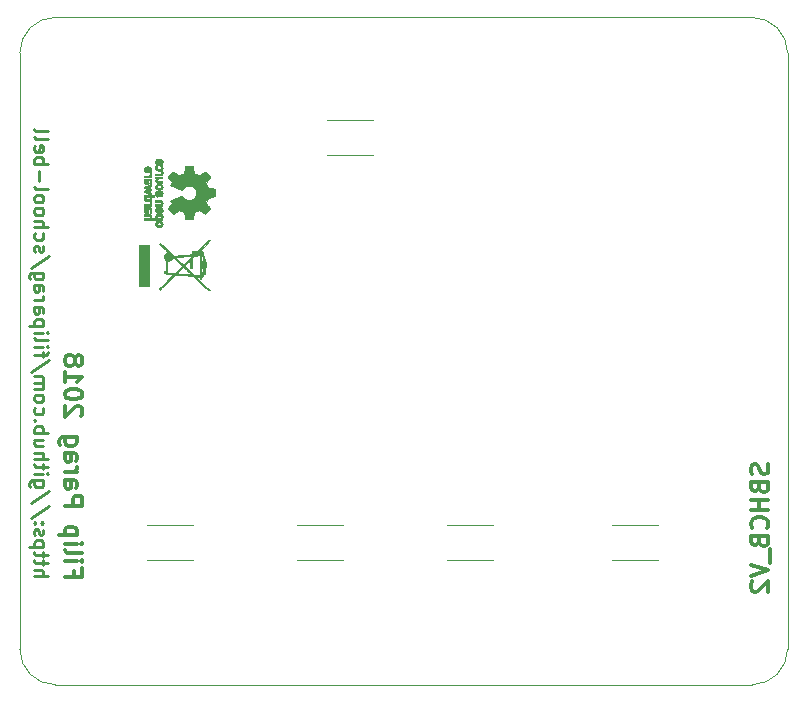
<source format=gbr>
%TF.GenerationSoftware,KiCad,Pcbnew,4.0.7*%
%TF.CreationDate,2018-01-22T14:26:12+01:00*%
%TF.ProjectId,RPi_Hat,5250695F4861742E6B696361645F7063,rev?*%
%TF.FileFunction,Legend,Bot*%
%FSLAX46Y46*%
G04 Gerber Fmt 4.6, Leading zero omitted, Abs format (unit mm)*
G04 Created by KiCad (PCBNEW 4.0.7) date 01/22/18 14:26:12*
%MOMM*%
%LPD*%
G01*
G04 APERTURE LIST*
%ADD10C,0.050000*%
%ADD11C,0.100000*%
%ADD12C,0.300000*%
%ADD13C,0.250000*%
%ADD14C,0.120000*%
%ADD15C,0.010000*%
G04 APERTURE END LIST*
D10*
D11*
X55070000Y-48260000D02*
X114070000Y-48260000D01*
X117070000Y-51260000D02*
G75*
G03X114070000Y-48260000I-3000000J0D01*
G01*
X55070000Y-48260000D02*
G75*
G03X52070000Y-51260000I0J-3000000D01*
G01*
X117070000Y-51260000D02*
X117070000Y-101760000D01*
D12*
X115379583Y-86087783D02*
X115451011Y-86302069D01*
X115451011Y-86659212D01*
X115379583Y-86802069D01*
X115308154Y-86873498D01*
X115165297Y-86944926D01*
X115022440Y-86944926D01*
X114879583Y-86873498D01*
X114808154Y-86802069D01*
X114736726Y-86659212D01*
X114665297Y-86373498D01*
X114593869Y-86230640D01*
X114522440Y-86159212D01*
X114379583Y-86087783D01*
X114236726Y-86087783D01*
X114093869Y-86159212D01*
X114022440Y-86230640D01*
X113951011Y-86373498D01*
X113951011Y-86730640D01*
X114022440Y-86944926D01*
X114665297Y-88087783D02*
X114736726Y-88302069D01*
X114808154Y-88373497D01*
X114951011Y-88444926D01*
X115165297Y-88444926D01*
X115308154Y-88373497D01*
X115379583Y-88302069D01*
X115451011Y-88159211D01*
X115451011Y-87587783D01*
X113951011Y-87587783D01*
X113951011Y-88087783D01*
X114022440Y-88230640D01*
X114093869Y-88302069D01*
X114236726Y-88373497D01*
X114379583Y-88373497D01*
X114522440Y-88302069D01*
X114593869Y-88230640D01*
X114665297Y-88087783D01*
X114665297Y-87587783D01*
X115451011Y-89087783D02*
X113951011Y-89087783D01*
X114665297Y-89087783D02*
X114665297Y-89944926D01*
X115451011Y-89944926D02*
X113951011Y-89944926D01*
X115308154Y-91516355D02*
X115379583Y-91444926D01*
X115451011Y-91230640D01*
X115451011Y-91087783D01*
X115379583Y-90873498D01*
X115236726Y-90730640D01*
X115093869Y-90659212D01*
X114808154Y-90587783D01*
X114593869Y-90587783D01*
X114308154Y-90659212D01*
X114165297Y-90730640D01*
X114022440Y-90873498D01*
X113951011Y-91087783D01*
X113951011Y-91230640D01*
X114022440Y-91444926D01*
X114093869Y-91516355D01*
X114665297Y-92659212D02*
X114736726Y-92873498D01*
X114808154Y-92944926D01*
X114951011Y-93016355D01*
X115165297Y-93016355D01*
X115308154Y-92944926D01*
X115379583Y-92873498D01*
X115451011Y-92730640D01*
X115451011Y-92159212D01*
X113951011Y-92159212D01*
X113951011Y-92659212D01*
X114022440Y-92802069D01*
X114093869Y-92873498D01*
X114236726Y-92944926D01*
X114379583Y-92944926D01*
X114522440Y-92873498D01*
X114593869Y-92802069D01*
X114665297Y-92659212D01*
X114665297Y-92159212D01*
X115593869Y-93302069D02*
X115593869Y-94444926D01*
X113951011Y-94587783D02*
X115451011Y-95087783D01*
X113951011Y-95587783D01*
X114093869Y-96016354D02*
X114022440Y-96087783D01*
X113951011Y-96230640D01*
X113951011Y-96587783D01*
X114022440Y-96730640D01*
X114093869Y-96802069D01*
X114236726Y-96873497D01*
X114379583Y-96873497D01*
X114593869Y-96802069D01*
X115451011Y-95944926D01*
X115451011Y-96873497D01*
D13*
X53269583Y-95580380D02*
X54469583Y-95580380D01*
X53269583Y-95066094D02*
X53898154Y-95066094D01*
X54012440Y-95123237D01*
X54069583Y-95237523D01*
X54069583Y-95408951D01*
X54012440Y-95523237D01*
X53955297Y-95580380D01*
X54069583Y-94666094D02*
X54069583Y-94208951D01*
X54469583Y-94494666D02*
X53441011Y-94494666D01*
X53326726Y-94437523D01*
X53269583Y-94323237D01*
X53269583Y-94208951D01*
X54069583Y-93980380D02*
X54069583Y-93523237D01*
X54469583Y-93808952D02*
X53441011Y-93808952D01*
X53326726Y-93751809D01*
X53269583Y-93637523D01*
X53269583Y-93523237D01*
X54069583Y-93123238D02*
X52869583Y-93123238D01*
X54012440Y-93123238D02*
X54069583Y-93008952D01*
X54069583Y-92780381D01*
X54012440Y-92666095D01*
X53955297Y-92608952D01*
X53841011Y-92551809D01*
X53498154Y-92551809D01*
X53383869Y-92608952D01*
X53326726Y-92666095D01*
X53269583Y-92780381D01*
X53269583Y-93008952D01*
X53326726Y-93123238D01*
X53326726Y-92094667D02*
X53269583Y-91980381D01*
X53269583Y-91751809D01*
X53326726Y-91637524D01*
X53441011Y-91580381D01*
X53498154Y-91580381D01*
X53612440Y-91637524D01*
X53669583Y-91751809D01*
X53669583Y-91923238D01*
X53726726Y-92037524D01*
X53841011Y-92094667D01*
X53898154Y-92094667D01*
X54012440Y-92037524D01*
X54069583Y-91923238D01*
X54069583Y-91751809D01*
X54012440Y-91637524D01*
X53383869Y-91066095D02*
X53326726Y-91008952D01*
X53269583Y-91066095D01*
X53326726Y-91123238D01*
X53383869Y-91066095D01*
X53269583Y-91066095D01*
X54012440Y-91066095D02*
X53955297Y-91008952D01*
X53898154Y-91066095D01*
X53955297Y-91123238D01*
X54012440Y-91066095D01*
X53898154Y-91066095D01*
X54526726Y-89637523D02*
X52983869Y-90666094D01*
X54526726Y-88380380D02*
X52983869Y-89408951D01*
X54069583Y-87466094D02*
X53098154Y-87466094D01*
X52983869Y-87523237D01*
X52926726Y-87580380D01*
X52869583Y-87694665D01*
X52869583Y-87866094D01*
X52926726Y-87980380D01*
X53326726Y-87466094D02*
X53269583Y-87580380D01*
X53269583Y-87808951D01*
X53326726Y-87923237D01*
X53383869Y-87980380D01*
X53498154Y-88037523D01*
X53841011Y-88037523D01*
X53955297Y-87980380D01*
X54012440Y-87923237D01*
X54069583Y-87808951D01*
X54069583Y-87580380D01*
X54012440Y-87466094D01*
X53269583Y-86894666D02*
X54069583Y-86894666D01*
X54469583Y-86894666D02*
X54412440Y-86951809D01*
X54355297Y-86894666D01*
X54412440Y-86837523D01*
X54469583Y-86894666D01*
X54355297Y-86894666D01*
X54069583Y-86494665D02*
X54069583Y-86037522D01*
X54469583Y-86323237D02*
X53441011Y-86323237D01*
X53326726Y-86266094D01*
X53269583Y-86151808D01*
X53269583Y-86037522D01*
X53269583Y-85637523D02*
X54469583Y-85637523D01*
X53269583Y-85123237D02*
X53898154Y-85123237D01*
X54012440Y-85180380D01*
X54069583Y-85294666D01*
X54069583Y-85466094D01*
X54012440Y-85580380D01*
X53955297Y-85637523D01*
X54069583Y-84037523D02*
X53269583Y-84037523D01*
X54069583Y-84551809D02*
X53441011Y-84551809D01*
X53326726Y-84494666D01*
X53269583Y-84380380D01*
X53269583Y-84208952D01*
X53326726Y-84094666D01*
X53383869Y-84037523D01*
X53269583Y-83466095D02*
X54469583Y-83466095D01*
X54012440Y-83466095D02*
X54069583Y-83351809D01*
X54069583Y-83123238D01*
X54012440Y-83008952D01*
X53955297Y-82951809D01*
X53841011Y-82894666D01*
X53498154Y-82894666D01*
X53383869Y-82951809D01*
X53326726Y-83008952D01*
X53269583Y-83123238D01*
X53269583Y-83351809D01*
X53326726Y-83466095D01*
X53383869Y-82380381D02*
X53326726Y-82323238D01*
X53269583Y-82380381D01*
X53326726Y-82437524D01*
X53383869Y-82380381D01*
X53269583Y-82380381D01*
X53326726Y-81294666D02*
X53269583Y-81408952D01*
X53269583Y-81637523D01*
X53326726Y-81751809D01*
X53383869Y-81808952D01*
X53498154Y-81866095D01*
X53841011Y-81866095D01*
X53955297Y-81808952D01*
X54012440Y-81751809D01*
X54069583Y-81637523D01*
X54069583Y-81408952D01*
X54012440Y-81294666D01*
X53269583Y-80608952D02*
X53326726Y-80723238D01*
X53383869Y-80780381D01*
X53498154Y-80837524D01*
X53841011Y-80837524D01*
X53955297Y-80780381D01*
X54012440Y-80723238D01*
X54069583Y-80608952D01*
X54069583Y-80437524D01*
X54012440Y-80323238D01*
X53955297Y-80266095D01*
X53841011Y-80208952D01*
X53498154Y-80208952D01*
X53383869Y-80266095D01*
X53326726Y-80323238D01*
X53269583Y-80437524D01*
X53269583Y-80608952D01*
X53269583Y-79694667D02*
X54069583Y-79694667D01*
X53955297Y-79694667D02*
X54012440Y-79637524D01*
X54069583Y-79523238D01*
X54069583Y-79351810D01*
X54012440Y-79237524D01*
X53898154Y-79180381D01*
X53269583Y-79180381D01*
X53898154Y-79180381D02*
X54012440Y-79123238D01*
X54069583Y-79008952D01*
X54069583Y-78837524D01*
X54012440Y-78723238D01*
X53898154Y-78666095D01*
X53269583Y-78666095D01*
X54526726Y-77237524D02*
X52983869Y-78266095D01*
X54069583Y-77008952D02*
X54069583Y-76551809D01*
X53269583Y-76837524D02*
X54298154Y-76837524D01*
X54412440Y-76780381D01*
X54469583Y-76666095D01*
X54469583Y-76551809D01*
X53269583Y-76151810D02*
X54069583Y-76151810D01*
X54469583Y-76151810D02*
X54412440Y-76208953D01*
X54355297Y-76151810D01*
X54412440Y-76094667D01*
X54469583Y-76151810D01*
X54355297Y-76151810D01*
X53269583Y-75408952D02*
X53326726Y-75523238D01*
X53441011Y-75580381D01*
X54469583Y-75580381D01*
X53269583Y-74951810D02*
X54069583Y-74951810D01*
X54469583Y-74951810D02*
X54412440Y-75008953D01*
X54355297Y-74951810D01*
X54412440Y-74894667D01*
X54469583Y-74951810D01*
X54355297Y-74951810D01*
X54069583Y-74380381D02*
X52869583Y-74380381D01*
X54012440Y-74380381D02*
X54069583Y-74266095D01*
X54069583Y-74037524D01*
X54012440Y-73923238D01*
X53955297Y-73866095D01*
X53841011Y-73808952D01*
X53498154Y-73808952D01*
X53383869Y-73866095D01*
X53326726Y-73923238D01*
X53269583Y-74037524D01*
X53269583Y-74266095D01*
X53326726Y-74380381D01*
X53269583Y-72780381D02*
X53898154Y-72780381D01*
X54012440Y-72837524D01*
X54069583Y-72951810D01*
X54069583Y-73180381D01*
X54012440Y-73294667D01*
X53326726Y-72780381D02*
X53269583Y-72894667D01*
X53269583Y-73180381D01*
X53326726Y-73294667D01*
X53441011Y-73351810D01*
X53555297Y-73351810D01*
X53669583Y-73294667D01*
X53726726Y-73180381D01*
X53726726Y-72894667D01*
X53783869Y-72780381D01*
X53269583Y-72208953D02*
X54069583Y-72208953D01*
X53841011Y-72208953D02*
X53955297Y-72151810D01*
X54012440Y-72094667D01*
X54069583Y-71980381D01*
X54069583Y-71866096D01*
X53269583Y-70951810D02*
X53898154Y-70951810D01*
X54012440Y-71008953D01*
X54069583Y-71123239D01*
X54069583Y-71351810D01*
X54012440Y-71466096D01*
X53326726Y-70951810D02*
X53269583Y-71066096D01*
X53269583Y-71351810D01*
X53326726Y-71466096D01*
X53441011Y-71523239D01*
X53555297Y-71523239D01*
X53669583Y-71466096D01*
X53726726Y-71351810D01*
X53726726Y-71066096D01*
X53783869Y-70951810D01*
X54069583Y-69866096D02*
X53098154Y-69866096D01*
X52983869Y-69923239D01*
X52926726Y-69980382D01*
X52869583Y-70094667D01*
X52869583Y-70266096D01*
X52926726Y-70380382D01*
X53326726Y-69866096D02*
X53269583Y-69980382D01*
X53269583Y-70208953D01*
X53326726Y-70323239D01*
X53383869Y-70380382D01*
X53498154Y-70437525D01*
X53841011Y-70437525D01*
X53955297Y-70380382D01*
X54012440Y-70323239D01*
X54069583Y-70208953D01*
X54069583Y-69980382D01*
X54012440Y-69866096D01*
X54526726Y-68437525D02*
X52983869Y-69466096D01*
X53326726Y-68094668D02*
X53269583Y-67980382D01*
X53269583Y-67751810D01*
X53326726Y-67637525D01*
X53441011Y-67580382D01*
X53498154Y-67580382D01*
X53612440Y-67637525D01*
X53669583Y-67751810D01*
X53669583Y-67923239D01*
X53726726Y-68037525D01*
X53841011Y-68094668D01*
X53898154Y-68094668D01*
X54012440Y-68037525D01*
X54069583Y-67923239D01*
X54069583Y-67751810D01*
X54012440Y-67637525D01*
X53326726Y-66551810D02*
X53269583Y-66666096D01*
X53269583Y-66894667D01*
X53326726Y-67008953D01*
X53383869Y-67066096D01*
X53498154Y-67123239D01*
X53841011Y-67123239D01*
X53955297Y-67066096D01*
X54012440Y-67008953D01*
X54069583Y-66894667D01*
X54069583Y-66666096D01*
X54012440Y-66551810D01*
X53269583Y-66037525D02*
X54469583Y-66037525D01*
X53269583Y-65523239D02*
X53898154Y-65523239D01*
X54012440Y-65580382D01*
X54069583Y-65694668D01*
X54069583Y-65866096D01*
X54012440Y-65980382D01*
X53955297Y-66037525D01*
X53269583Y-64780382D02*
X53326726Y-64894668D01*
X53383869Y-64951811D01*
X53498154Y-65008954D01*
X53841011Y-65008954D01*
X53955297Y-64951811D01*
X54012440Y-64894668D01*
X54069583Y-64780382D01*
X54069583Y-64608954D01*
X54012440Y-64494668D01*
X53955297Y-64437525D01*
X53841011Y-64380382D01*
X53498154Y-64380382D01*
X53383869Y-64437525D01*
X53326726Y-64494668D01*
X53269583Y-64608954D01*
X53269583Y-64780382D01*
X53269583Y-63694668D02*
X53326726Y-63808954D01*
X53383869Y-63866097D01*
X53498154Y-63923240D01*
X53841011Y-63923240D01*
X53955297Y-63866097D01*
X54012440Y-63808954D01*
X54069583Y-63694668D01*
X54069583Y-63523240D01*
X54012440Y-63408954D01*
X53955297Y-63351811D01*
X53841011Y-63294668D01*
X53498154Y-63294668D01*
X53383869Y-63351811D01*
X53326726Y-63408954D01*
X53269583Y-63523240D01*
X53269583Y-63694668D01*
X53269583Y-62608954D02*
X53326726Y-62723240D01*
X53441011Y-62780383D01*
X54469583Y-62780383D01*
X53726726Y-62151812D02*
X53726726Y-61237526D01*
X53269583Y-60666098D02*
X54469583Y-60666098D01*
X54012440Y-60666098D02*
X54069583Y-60551812D01*
X54069583Y-60323241D01*
X54012440Y-60208955D01*
X53955297Y-60151812D01*
X53841011Y-60094669D01*
X53498154Y-60094669D01*
X53383869Y-60151812D01*
X53326726Y-60208955D01*
X53269583Y-60323241D01*
X53269583Y-60551812D01*
X53326726Y-60666098D01*
X53326726Y-59123241D02*
X53269583Y-59237527D01*
X53269583Y-59466098D01*
X53326726Y-59580384D01*
X53441011Y-59637527D01*
X53898154Y-59637527D01*
X54012440Y-59580384D01*
X54069583Y-59466098D01*
X54069583Y-59237527D01*
X54012440Y-59123241D01*
X53898154Y-59066098D01*
X53783869Y-59066098D01*
X53669583Y-59637527D01*
X53269583Y-58380384D02*
X53326726Y-58494670D01*
X53441011Y-58551813D01*
X54469583Y-58551813D01*
X53269583Y-57751813D02*
X53326726Y-57866099D01*
X53441011Y-57923242D01*
X54469583Y-57923242D01*
D12*
X56657703Y-95100147D02*
X56657703Y-95600147D01*
X55871989Y-95600147D02*
X57371989Y-95600147D01*
X57371989Y-94885861D01*
X55871989Y-94314433D02*
X56871989Y-94314433D01*
X57371989Y-94314433D02*
X57300560Y-94385862D01*
X57229131Y-94314433D01*
X57300560Y-94243005D01*
X57371989Y-94314433D01*
X57229131Y-94314433D01*
X55871989Y-93385861D02*
X55943417Y-93528719D01*
X56086274Y-93600147D01*
X57371989Y-93600147D01*
X55871989Y-92814433D02*
X56871989Y-92814433D01*
X57371989Y-92814433D02*
X57300560Y-92885862D01*
X57229131Y-92814433D01*
X57300560Y-92743005D01*
X57371989Y-92814433D01*
X57229131Y-92814433D01*
X56871989Y-92100147D02*
X55371989Y-92100147D01*
X56800560Y-92100147D02*
X56871989Y-91957290D01*
X56871989Y-91671576D01*
X56800560Y-91528719D01*
X56729131Y-91457290D01*
X56586274Y-91385861D01*
X56157703Y-91385861D01*
X56014846Y-91457290D01*
X55943417Y-91528719D01*
X55871989Y-91671576D01*
X55871989Y-91957290D01*
X55943417Y-92100147D01*
X55871989Y-89600147D02*
X57371989Y-89600147D01*
X57371989Y-89028719D01*
X57300560Y-88885861D01*
X57229131Y-88814433D01*
X57086274Y-88743004D01*
X56871989Y-88743004D01*
X56729131Y-88814433D01*
X56657703Y-88885861D01*
X56586274Y-89028719D01*
X56586274Y-89600147D01*
X55871989Y-87457290D02*
X56657703Y-87457290D01*
X56800560Y-87528719D01*
X56871989Y-87671576D01*
X56871989Y-87957290D01*
X56800560Y-88100147D01*
X55943417Y-87457290D02*
X55871989Y-87600147D01*
X55871989Y-87957290D01*
X55943417Y-88100147D01*
X56086274Y-88171576D01*
X56229131Y-88171576D01*
X56371989Y-88100147D01*
X56443417Y-87957290D01*
X56443417Y-87600147D01*
X56514846Y-87457290D01*
X55871989Y-86743004D02*
X56871989Y-86743004D01*
X56586274Y-86743004D02*
X56729131Y-86671576D01*
X56800560Y-86600147D01*
X56871989Y-86457290D01*
X56871989Y-86314433D01*
X55871989Y-85171576D02*
X56657703Y-85171576D01*
X56800560Y-85243005D01*
X56871989Y-85385862D01*
X56871989Y-85671576D01*
X56800560Y-85814433D01*
X55943417Y-85171576D02*
X55871989Y-85314433D01*
X55871989Y-85671576D01*
X55943417Y-85814433D01*
X56086274Y-85885862D01*
X56229131Y-85885862D01*
X56371989Y-85814433D01*
X56443417Y-85671576D01*
X56443417Y-85314433D01*
X56514846Y-85171576D01*
X56871989Y-83814433D02*
X55657703Y-83814433D01*
X55514846Y-83885862D01*
X55443417Y-83957290D01*
X55371989Y-84100147D01*
X55371989Y-84314433D01*
X55443417Y-84457290D01*
X55943417Y-83814433D02*
X55871989Y-83957290D01*
X55871989Y-84243004D01*
X55943417Y-84385862D01*
X56014846Y-84457290D01*
X56157703Y-84528719D01*
X56586274Y-84528719D01*
X56729131Y-84457290D01*
X56800560Y-84385862D01*
X56871989Y-84243004D01*
X56871989Y-83957290D01*
X56800560Y-83814433D01*
X57229131Y-82028719D02*
X57300560Y-81957290D01*
X57371989Y-81814433D01*
X57371989Y-81457290D01*
X57300560Y-81314433D01*
X57229131Y-81243004D01*
X57086274Y-81171576D01*
X56943417Y-81171576D01*
X56729131Y-81243004D01*
X55871989Y-82100147D01*
X55871989Y-81171576D01*
X57371989Y-80243005D02*
X57371989Y-80100148D01*
X57300560Y-79957291D01*
X57229131Y-79885862D01*
X57086274Y-79814433D01*
X56800560Y-79743005D01*
X56443417Y-79743005D01*
X56157703Y-79814433D01*
X56014846Y-79885862D01*
X55943417Y-79957291D01*
X55871989Y-80100148D01*
X55871989Y-80243005D01*
X55943417Y-80385862D01*
X56014846Y-80457291D01*
X56157703Y-80528719D01*
X56443417Y-80600148D01*
X56800560Y-80600148D01*
X57086274Y-80528719D01*
X57229131Y-80457291D01*
X57300560Y-80385862D01*
X57371989Y-80243005D01*
X55871989Y-78314434D02*
X55871989Y-79171577D01*
X55871989Y-78743005D02*
X57371989Y-78743005D01*
X57157703Y-78885862D01*
X57014846Y-79028720D01*
X56943417Y-79171577D01*
X56729131Y-77457291D02*
X56800560Y-77600149D01*
X56871989Y-77671577D01*
X57014846Y-77743006D01*
X57086274Y-77743006D01*
X57229131Y-77671577D01*
X57300560Y-77600149D01*
X57371989Y-77457291D01*
X57371989Y-77171577D01*
X57300560Y-77028720D01*
X57229131Y-76957291D01*
X57086274Y-76885863D01*
X57014846Y-76885863D01*
X56871989Y-76957291D01*
X56800560Y-77028720D01*
X56729131Y-77171577D01*
X56729131Y-77457291D01*
X56657703Y-77600149D01*
X56586274Y-77671577D01*
X56443417Y-77743006D01*
X56157703Y-77743006D01*
X56014846Y-77671577D01*
X55943417Y-77600149D01*
X55871989Y-77457291D01*
X55871989Y-77171577D01*
X55943417Y-77028720D01*
X56014846Y-76957291D01*
X56157703Y-76885863D01*
X56443417Y-76885863D01*
X56586274Y-76957291D01*
X56657703Y-77028720D01*
X56729131Y-77171577D01*
D11*
X52070000Y-93980000D02*
X52070000Y-63500000D01*
X114070000Y-104760000D02*
G75*
G03X117070000Y-101760000I0J3000000D01*
G01*
X52070000Y-101760000D02*
G75*
G03X55070000Y-104760000I3000000J0D01*
G01*
X52070000Y-86260000D02*
X52070000Y-101760000D01*
X52070000Y-51260000D02*
X52070000Y-67260000D01*
X55070000Y-104760000D02*
X114070000Y-104760000D01*
D14*
X106090000Y-91230000D02*
X102190000Y-91230000D01*
X102190000Y-94190000D02*
X106090000Y-94190000D01*
X92120000Y-91230000D02*
X88220000Y-91230000D01*
X88220000Y-94190000D02*
X92120000Y-94190000D01*
X79420000Y-91230000D02*
X75520000Y-91230000D01*
X75520000Y-94190000D02*
X79420000Y-94190000D01*
X66720000Y-91230000D02*
X62820000Y-91230000D01*
X62820000Y-94190000D02*
X66720000Y-94190000D01*
X81960000Y-56940000D02*
X78060000Y-56940000D01*
X78060000Y-59900000D02*
X81960000Y-59900000D01*
D15*
G36*
X64139016Y-65027759D02*
X64125918Y-65001247D01*
X64103094Y-64968553D01*
X64078204Y-64944725D01*
X64046951Y-64928406D01*
X64005034Y-64918240D01*
X63948156Y-64912872D01*
X63872016Y-64910944D01*
X63839283Y-64910831D01*
X63767544Y-64911161D01*
X63716273Y-64912527D01*
X63680796Y-64915500D01*
X63656437Y-64920649D01*
X63638520Y-64928543D01*
X63626298Y-64936757D01*
X63574295Y-64989187D01*
X63543016Y-65050930D01*
X63533608Y-65117536D01*
X63547220Y-65184558D01*
X63556846Y-65205792D01*
X63583341Y-65256624D01*
X63168148Y-65256624D01*
X63187332Y-65219525D01*
X63202175Y-65170643D01*
X63205978Y-65110561D01*
X63198957Y-65050564D01*
X63183187Y-65005256D01*
X63153153Y-64967675D01*
X63110176Y-64935564D01*
X63105764Y-64933150D01*
X63084979Y-64922967D01*
X63064030Y-64915530D01*
X63038652Y-64910411D01*
X63004582Y-64907181D01*
X62957559Y-64905413D01*
X62893318Y-64904677D01*
X62821024Y-64904544D01*
X62590378Y-64904544D01*
X62590378Y-65042861D01*
X63015667Y-65042861D01*
X63048221Y-65081549D01*
X63074260Y-65121738D01*
X63078995Y-65159797D01*
X63066811Y-65198066D01*
X63054880Y-65218462D01*
X63037887Y-65233642D01*
X63012205Y-65244438D01*
X62974209Y-65251683D01*
X62920274Y-65256208D01*
X62846775Y-65258844D01*
X62797853Y-65259772D01*
X62596665Y-65262911D01*
X62592864Y-65328926D01*
X62589064Y-65394940D01*
X63837550Y-65394940D01*
X63837550Y-65256624D01*
X63767946Y-65253097D01*
X63719631Y-65241215D01*
X63689569Y-65219020D01*
X63674729Y-65184559D01*
X63671764Y-65149742D01*
X63675172Y-65110329D01*
X63688583Y-65084171D01*
X63706304Y-65067814D01*
X63725365Y-65054937D01*
X63746599Y-65047272D01*
X63776351Y-65043861D01*
X63820964Y-65043749D01*
X63858320Y-65044897D01*
X63914596Y-65047532D01*
X63951542Y-65051456D01*
X63974977Y-65058063D01*
X63990720Y-65068749D01*
X63999820Y-65078833D01*
X64019663Y-65120970D01*
X64022868Y-65170840D01*
X64016032Y-65199476D01*
X63991736Y-65227828D01*
X63944472Y-65246609D01*
X63874576Y-65255712D01*
X63837550Y-65256624D01*
X63837550Y-65394940D01*
X64149586Y-65394940D01*
X64149586Y-65325782D01*
X64147944Y-65284260D01*
X64142113Y-65262838D01*
X64130739Y-65256626D01*
X64130402Y-65256624D01*
X64119262Y-65253742D01*
X64120527Y-65241030D01*
X64132767Y-65215757D01*
X64151493Y-65156869D01*
X64153461Y-65090615D01*
X64139016Y-65027759D01*
X64139016Y-65027759D01*
G37*
X64139016Y-65027759D02*
X64125918Y-65001247D01*
X64103094Y-64968553D01*
X64078204Y-64944725D01*
X64046951Y-64928406D01*
X64005034Y-64918240D01*
X63948156Y-64912872D01*
X63872016Y-64910944D01*
X63839283Y-64910831D01*
X63767544Y-64911161D01*
X63716273Y-64912527D01*
X63680796Y-64915500D01*
X63656437Y-64920649D01*
X63638520Y-64928543D01*
X63626298Y-64936757D01*
X63574295Y-64989187D01*
X63543016Y-65050930D01*
X63533608Y-65117536D01*
X63547220Y-65184558D01*
X63556846Y-65205792D01*
X63583341Y-65256624D01*
X63168148Y-65256624D01*
X63187332Y-65219525D01*
X63202175Y-65170643D01*
X63205978Y-65110561D01*
X63198957Y-65050564D01*
X63183187Y-65005256D01*
X63153153Y-64967675D01*
X63110176Y-64935564D01*
X63105764Y-64933150D01*
X63084979Y-64922967D01*
X63064030Y-64915530D01*
X63038652Y-64910411D01*
X63004582Y-64907181D01*
X62957559Y-64905413D01*
X62893318Y-64904677D01*
X62821024Y-64904544D01*
X62590378Y-64904544D01*
X62590378Y-65042861D01*
X63015667Y-65042861D01*
X63048221Y-65081549D01*
X63074260Y-65121738D01*
X63078995Y-65159797D01*
X63066811Y-65198066D01*
X63054880Y-65218462D01*
X63037887Y-65233642D01*
X63012205Y-65244438D01*
X62974209Y-65251683D01*
X62920274Y-65256208D01*
X62846775Y-65258844D01*
X62797853Y-65259772D01*
X62596665Y-65262911D01*
X62592864Y-65328926D01*
X62589064Y-65394940D01*
X63837550Y-65394940D01*
X63837550Y-65256624D01*
X63767946Y-65253097D01*
X63719631Y-65241215D01*
X63689569Y-65219020D01*
X63674729Y-65184559D01*
X63671764Y-65149742D01*
X63675172Y-65110329D01*
X63688583Y-65084171D01*
X63706304Y-65067814D01*
X63725365Y-65054937D01*
X63746599Y-65047272D01*
X63776351Y-65043861D01*
X63820964Y-65043749D01*
X63858320Y-65044897D01*
X63914596Y-65047532D01*
X63951542Y-65051456D01*
X63974977Y-65058063D01*
X63990720Y-65068749D01*
X63999820Y-65078833D01*
X64019663Y-65120970D01*
X64022868Y-65170840D01*
X64016032Y-65199476D01*
X63991736Y-65227828D01*
X63944472Y-65246609D01*
X63874576Y-65255712D01*
X63837550Y-65256624D01*
X63837550Y-65394940D01*
X64149586Y-65394940D01*
X64149586Y-65325782D01*
X64147944Y-65284260D01*
X64142113Y-65262838D01*
X64130739Y-65256626D01*
X64130402Y-65256624D01*
X64119262Y-65253742D01*
X64120527Y-65241030D01*
X64132767Y-65215757D01*
X64151493Y-65156869D01*
X64153461Y-65090615D01*
X64139016Y-65027759D01*
G36*
X63201645Y-64503210D02*
X63185861Y-64444055D01*
X63157252Y-64399023D01*
X63119781Y-64367246D01*
X63103789Y-64357366D01*
X63087037Y-64350073D01*
X63065608Y-64344974D01*
X63035584Y-64341679D01*
X62993046Y-64339797D01*
X62934078Y-64338937D01*
X62854760Y-64338707D01*
X62833716Y-64338703D01*
X62590378Y-64338703D01*
X62590378Y-64399059D01*
X62593074Y-64437557D01*
X62599905Y-64466023D01*
X62604117Y-64473155D01*
X62611387Y-64492652D01*
X62604117Y-64512566D01*
X62595040Y-64545353D01*
X62591387Y-64592978D01*
X62592972Y-64645764D01*
X62599611Y-64694036D01*
X62608128Y-64722218D01*
X62643137Y-64776753D01*
X62691721Y-64810835D01*
X62756318Y-64826157D01*
X62757977Y-64826299D01*
X62786634Y-64824955D01*
X62786634Y-64703356D01*
X62754039Y-64692726D01*
X62735695Y-64675410D01*
X62721821Y-64640652D01*
X62716283Y-64594773D01*
X62719009Y-64547988D01*
X62729926Y-64510514D01*
X62736931Y-64500015D01*
X62769296Y-64481668D01*
X62806089Y-64477020D01*
X62854437Y-64477020D01*
X62854437Y-64546582D01*
X62849350Y-64612667D01*
X62834937Y-64662764D01*
X62812471Y-64693929D01*
X62786634Y-64703356D01*
X62786634Y-64824955D01*
X62828553Y-64822987D01*
X62884355Y-64799710D01*
X62926553Y-64755948D01*
X62930392Y-64749899D01*
X62942891Y-64723907D01*
X62950460Y-64691735D01*
X62954139Y-64646760D01*
X62954984Y-64593331D01*
X62955031Y-64477020D01*
X63003789Y-64477020D01*
X63041619Y-64481953D01*
X63066964Y-64494543D01*
X63068313Y-64496017D01*
X63079400Y-64524034D01*
X63083697Y-64566326D01*
X63081585Y-64613064D01*
X63073444Y-64654418D01*
X63061235Y-64678957D01*
X63051454Y-64692253D01*
X63049587Y-64706294D01*
X63057600Y-64725671D01*
X63077461Y-64754976D01*
X63111137Y-64798803D01*
X63114291Y-64802825D01*
X63125964Y-64800764D01*
X63145378Y-64783568D01*
X63166952Y-64757433D01*
X63185104Y-64728552D01*
X63189391Y-64719478D01*
X63197944Y-64686380D01*
X63204045Y-64637880D01*
X63206492Y-64583695D01*
X63206497Y-64581161D01*
X63201645Y-64503210D01*
X63201645Y-64503210D01*
G37*
X63201645Y-64503210D02*
X63185861Y-64444055D01*
X63157252Y-64399023D01*
X63119781Y-64367246D01*
X63103789Y-64357366D01*
X63087037Y-64350073D01*
X63065608Y-64344974D01*
X63035584Y-64341679D01*
X62993046Y-64339797D01*
X62934078Y-64338937D01*
X62854760Y-64338707D01*
X62833716Y-64338703D01*
X62590378Y-64338703D01*
X62590378Y-64399059D01*
X62593074Y-64437557D01*
X62599905Y-64466023D01*
X62604117Y-64473155D01*
X62611387Y-64492652D01*
X62604117Y-64512566D01*
X62595040Y-64545353D01*
X62591387Y-64592978D01*
X62592972Y-64645764D01*
X62599611Y-64694036D01*
X62608128Y-64722218D01*
X62643137Y-64776753D01*
X62691721Y-64810835D01*
X62756318Y-64826157D01*
X62757977Y-64826299D01*
X62786634Y-64824955D01*
X62786634Y-64703356D01*
X62754039Y-64692726D01*
X62735695Y-64675410D01*
X62721821Y-64640652D01*
X62716283Y-64594773D01*
X62719009Y-64547988D01*
X62729926Y-64510514D01*
X62736931Y-64500015D01*
X62769296Y-64481668D01*
X62806089Y-64477020D01*
X62854437Y-64477020D01*
X62854437Y-64546582D01*
X62849350Y-64612667D01*
X62834937Y-64662764D01*
X62812471Y-64693929D01*
X62786634Y-64703356D01*
X62786634Y-64824955D01*
X62828553Y-64822987D01*
X62884355Y-64799710D01*
X62926553Y-64755948D01*
X62930392Y-64749899D01*
X62942891Y-64723907D01*
X62950460Y-64691735D01*
X62954139Y-64646760D01*
X62954984Y-64593331D01*
X62955031Y-64477020D01*
X63003789Y-64477020D01*
X63041619Y-64481953D01*
X63066964Y-64494543D01*
X63068313Y-64496017D01*
X63079400Y-64524034D01*
X63083697Y-64566326D01*
X63081585Y-64613064D01*
X63073444Y-64654418D01*
X63061235Y-64678957D01*
X63051454Y-64692253D01*
X63049587Y-64706294D01*
X63057600Y-64725671D01*
X63077461Y-64754976D01*
X63111137Y-64798803D01*
X63114291Y-64802825D01*
X63125964Y-64800764D01*
X63145378Y-64783568D01*
X63166952Y-64757433D01*
X63185104Y-64728552D01*
X63189391Y-64719478D01*
X63197944Y-64686380D01*
X63204045Y-64637880D01*
X63206492Y-64583695D01*
X63206497Y-64581161D01*
X63201645Y-64503210D01*
G36*
X63205180Y-64112356D02*
X63199540Y-64093539D01*
X63187147Y-64087473D01*
X63181553Y-64087218D01*
X63165970Y-64086129D01*
X63163524Y-64078632D01*
X63174207Y-64058381D01*
X63181506Y-64046351D01*
X63197137Y-64008400D01*
X63204866Y-63963072D01*
X63205460Y-63915544D01*
X63199687Y-63870995D01*
X63188316Y-63834602D01*
X63172112Y-63811543D01*
X63151845Y-63806996D01*
X63146357Y-63809291D01*
X63123574Y-63826020D01*
X63095553Y-63851963D01*
X63091023Y-63856655D01*
X63070195Y-63881383D01*
X63063465Y-63902718D01*
X63068162Y-63932555D01*
X63071283Y-63944508D01*
X63078779Y-63981705D01*
X63075408Y-64007859D01*
X63063519Y-64029946D01*
X63047565Y-64050178D01*
X63027500Y-64065079D01*
X62999498Y-64075434D01*
X62959733Y-64082029D01*
X62904377Y-64085649D01*
X62829606Y-64087078D01*
X62784460Y-64087218D01*
X62590378Y-64087218D01*
X62590378Y-64212960D01*
X63206517Y-64212960D01*
X63206517Y-64150089D01*
X63205180Y-64112356D01*
X63205180Y-64112356D01*
G37*
X63205180Y-64112356D02*
X63199540Y-64093539D01*
X63187147Y-64087473D01*
X63181553Y-64087218D01*
X63165970Y-64086129D01*
X63163524Y-64078632D01*
X63174207Y-64058381D01*
X63181506Y-64046351D01*
X63197137Y-64008400D01*
X63204866Y-63963072D01*
X63205460Y-63915544D01*
X63199687Y-63870995D01*
X63188316Y-63834602D01*
X63172112Y-63811543D01*
X63151845Y-63806996D01*
X63146357Y-63809291D01*
X63123574Y-63826020D01*
X63095553Y-63851963D01*
X63091023Y-63856655D01*
X63070195Y-63881383D01*
X63063465Y-63902718D01*
X63068162Y-63932555D01*
X63071283Y-63944508D01*
X63078779Y-63981705D01*
X63075408Y-64007859D01*
X63063519Y-64029946D01*
X63047565Y-64050178D01*
X63027500Y-64065079D01*
X62999498Y-64075434D01*
X62959733Y-64082029D01*
X62904377Y-64085649D01*
X62829606Y-64087078D01*
X62784460Y-64087218D01*
X62590378Y-64087218D01*
X62590378Y-64212960D01*
X63206517Y-64212960D01*
X63206517Y-64150089D01*
X63205180Y-64112356D01*
G36*
X62590378Y-63320188D02*
X62590378Y-63389346D01*
X62591555Y-63429488D01*
X62596428Y-63450394D01*
X62607014Y-63457922D01*
X62614171Y-63458505D01*
X62628524Y-63459774D01*
X62631277Y-63467779D01*
X62622429Y-63488815D01*
X62614171Y-63505173D01*
X62594603Y-63567977D01*
X62593471Y-63636248D01*
X62608065Y-63691752D01*
X62643323Y-63743438D01*
X62695365Y-63782838D01*
X62756750Y-63804413D01*
X62760182Y-63804962D01*
X62797629Y-63808167D01*
X62851387Y-63809761D01*
X62892045Y-63809633D01*
X62892045Y-63672279D01*
X62838006Y-63669097D01*
X62793465Y-63661859D01*
X62768312Y-63652060D01*
X62733940Y-63614989D01*
X62721618Y-63570974D01*
X62731582Y-63525584D01*
X62761305Y-63486797D01*
X62781295Y-63472108D01*
X62805150Y-63463519D01*
X62839970Y-63459496D01*
X62892270Y-63458505D01*
X62944061Y-63460278D01*
X62989566Y-63464963D01*
X63020019Y-63471603D01*
X63022748Y-63472710D01*
X63055200Y-63499491D01*
X63073017Y-63538579D01*
X63075894Y-63582315D01*
X63063526Y-63623038D01*
X63035607Y-63653087D01*
X63030052Y-63656204D01*
X62996178Y-63665961D01*
X62947472Y-63671277D01*
X62892045Y-63672279D01*
X62892045Y-63809633D01*
X62912660Y-63809568D01*
X62945637Y-63808664D01*
X63027219Y-63802514D01*
X63088470Y-63789733D01*
X63133751Y-63768471D01*
X63167421Y-63736878D01*
X63187186Y-63706207D01*
X63201080Y-63663354D01*
X63205846Y-63610056D01*
X63201964Y-63555480D01*
X63189918Y-63508792D01*
X63175507Y-63484124D01*
X63152322Y-63458505D01*
X63445427Y-63458505D01*
X63445427Y-63320188D01*
X62590378Y-63320188D01*
X62590378Y-63320188D01*
G37*
X62590378Y-63320188D02*
X62590378Y-63389346D01*
X62591555Y-63429488D01*
X62596428Y-63450394D01*
X62607014Y-63457922D01*
X62614171Y-63458505D01*
X62628524Y-63459774D01*
X62631277Y-63467779D01*
X62622429Y-63488815D01*
X62614171Y-63505173D01*
X62594603Y-63567977D01*
X62593471Y-63636248D01*
X62608065Y-63691752D01*
X62643323Y-63743438D01*
X62695365Y-63782838D01*
X62756750Y-63804413D01*
X62760182Y-63804962D01*
X62797629Y-63808167D01*
X62851387Y-63809761D01*
X62892045Y-63809633D01*
X62892045Y-63672279D01*
X62838006Y-63669097D01*
X62793465Y-63661859D01*
X62768312Y-63652060D01*
X62733940Y-63614989D01*
X62721618Y-63570974D01*
X62731582Y-63525584D01*
X62761305Y-63486797D01*
X62781295Y-63472108D01*
X62805150Y-63463519D01*
X62839970Y-63459496D01*
X62892270Y-63458505D01*
X62944061Y-63460278D01*
X62989566Y-63464963D01*
X63020019Y-63471603D01*
X63022748Y-63472710D01*
X63055200Y-63499491D01*
X63073017Y-63538579D01*
X63075894Y-63582315D01*
X63063526Y-63623038D01*
X63035607Y-63653087D01*
X63030052Y-63656204D01*
X62996178Y-63665961D01*
X62947472Y-63671277D01*
X62892045Y-63672279D01*
X62892045Y-63809633D01*
X62912660Y-63809568D01*
X62945637Y-63808664D01*
X63027219Y-63802514D01*
X63088470Y-63789733D01*
X63133751Y-63768471D01*
X63167421Y-63736878D01*
X63187186Y-63706207D01*
X63201080Y-63663354D01*
X63205846Y-63610056D01*
X63201964Y-63555480D01*
X63189918Y-63508792D01*
X63175507Y-63484124D01*
X63152322Y-63458505D01*
X63445427Y-63458505D01*
X63445427Y-63320188D01*
X62590378Y-63320188D01*
G36*
X63203963Y-62837476D02*
X63200229Y-62787745D01*
X62810427Y-62657709D01*
X62879586Y-62637322D01*
X62922326Y-62625054D01*
X62980085Y-62608915D01*
X63043575Y-62591488D01*
X63077630Y-62582274D01*
X63206517Y-62547612D01*
X63206517Y-62404609D01*
X63071343Y-62447354D01*
X63004858Y-62468404D01*
X62924661Y-62493833D01*
X62841007Y-62520390D01*
X62766418Y-62544098D01*
X62596665Y-62598098D01*
X62592872Y-62656402D01*
X62589078Y-62714705D01*
X62693466Y-62746321D01*
X62758311Y-62765818D01*
X62829800Y-62787096D01*
X62892937Y-62805692D01*
X62895450Y-62806426D01*
X62938231Y-62820316D01*
X62967421Y-62832571D01*
X62978459Y-62841154D01*
X62977182Y-62842918D01*
X62960070Y-62849109D01*
X62923413Y-62860872D01*
X62871822Y-62876775D01*
X62809906Y-62895386D01*
X62775848Y-62905457D01*
X62590378Y-62959993D01*
X62590378Y-63075736D01*
X62882729Y-63168263D01*
X62964738Y-63194256D01*
X63039213Y-63217934D01*
X63102656Y-63238180D01*
X63151568Y-63253874D01*
X63182451Y-63263898D01*
X63191474Y-63266945D01*
X63200713Y-63264533D01*
X63204759Y-63245592D01*
X63204354Y-63206177D01*
X63204048Y-63200007D01*
X63200229Y-63126914D01*
X63024190Y-63079043D01*
X62959989Y-63061447D01*
X62903551Y-63045723D01*
X62859778Y-63033254D01*
X62833570Y-63025426D01*
X62829297Y-63023980D01*
X62834210Y-63017986D01*
X62859668Y-63005899D01*
X62902203Y-62989107D01*
X62958350Y-62968997D01*
X63009070Y-62951997D01*
X63207696Y-62887206D01*
X63203963Y-62837476D01*
X63203963Y-62837476D01*
G37*
X63203963Y-62837476D02*
X63200229Y-62787745D01*
X62810427Y-62657709D01*
X62879586Y-62637322D01*
X62922326Y-62625054D01*
X62980085Y-62608915D01*
X63043575Y-62591488D01*
X63077630Y-62582274D01*
X63206517Y-62547612D01*
X63206517Y-62404609D01*
X63071343Y-62447354D01*
X63004858Y-62468404D01*
X62924661Y-62493833D01*
X62841007Y-62520390D01*
X62766418Y-62544098D01*
X62596665Y-62598098D01*
X62592872Y-62656402D01*
X62589078Y-62714705D01*
X62693466Y-62746321D01*
X62758311Y-62765818D01*
X62829800Y-62787096D01*
X62892937Y-62805692D01*
X62895450Y-62806426D01*
X62938231Y-62820316D01*
X62967421Y-62832571D01*
X62978459Y-62841154D01*
X62977182Y-62842918D01*
X62960070Y-62849109D01*
X62923413Y-62860872D01*
X62871822Y-62876775D01*
X62809906Y-62895386D01*
X62775848Y-62905457D01*
X62590378Y-62959993D01*
X62590378Y-63075736D01*
X62882729Y-63168263D01*
X62964738Y-63194256D01*
X63039213Y-63217934D01*
X63102656Y-63238180D01*
X63151568Y-63253874D01*
X63182451Y-63263898D01*
X63191474Y-63266945D01*
X63200713Y-63264533D01*
X63204759Y-63245592D01*
X63204354Y-63206177D01*
X63204048Y-63200007D01*
X63200229Y-63126914D01*
X63024190Y-63079043D01*
X62959989Y-63061447D01*
X62903551Y-63045723D01*
X62859778Y-63033254D01*
X62833570Y-63025426D01*
X62829297Y-63023980D01*
X62834210Y-63017986D01*
X62859668Y-63005899D01*
X62902203Y-62989107D01*
X62958350Y-62968997D01*
X63009070Y-62951997D01*
X63207696Y-62887206D01*
X63203963Y-62837476D01*
G36*
X63202783Y-62080589D02*
X63189910Y-62027589D01*
X63183090Y-62012269D01*
X63165226Y-61982572D01*
X63145107Y-61959780D01*
X63119238Y-61942917D01*
X63084127Y-61931002D01*
X63036280Y-61923058D01*
X62972204Y-61918106D01*
X62888406Y-61915169D01*
X62832432Y-61914053D01*
X62590378Y-61909948D01*
X62590378Y-61980068D01*
X62592162Y-62022607D01*
X62598258Y-62044524D01*
X62608494Y-62050188D01*
X62619563Y-62053179D01*
X62617446Y-62066549D01*
X62608571Y-62084767D01*
X62594967Y-62130376D01*
X62591301Y-62188993D01*
X62597297Y-62250646D01*
X62612679Y-62305362D01*
X62614814Y-62310270D01*
X62649945Y-62360277D01*
X62698781Y-62393244D01*
X62755867Y-62408413D01*
X62776376Y-62407254D01*
X62776376Y-62283492D01*
X62748775Y-62272587D01*
X62728996Y-62240255D01*
X62718381Y-62188090D01*
X62716972Y-62160213D01*
X62720580Y-62113753D01*
X62734603Y-62082871D01*
X62741269Y-62075336D01*
X62777534Y-62054924D01*
X62810427Y-62050188D01*
X62854437Y-62050188D01*
X62854437Y-62111487D01*
X62850805Y-62182744D01*
X62839382Y-62232724D01*
X62819376Y-62264304D01*
X62810457Y-62271374D01*
X62776376Y-62283492D01*
X62776376Y-62407254D01*
X62815744Y-62405029D01*
X62872956Y-62382337D01*
X62911620Y-62351376D01*
X62928336Y-62332624D01*
X62939322Y-62314267D01*
X62946020Y-62290381D01*
X62949874Y-62255043D01*
X62952327Y-62202331D01*
X62953032Y-62181423D01*
X62957321Y-62050188D01*
X62997042Y-62050380D01*
X63038795Y-62055463D01*
X63064042Y-62073838D01*
X63080170Y-62110961D01*
X63080458Y-62111957D01*
X63086800Y-62164590D01*
X63078516Y-62216094D01*
X63058373Y-62254370D01*
X63048427Y-62269728D01*
X63049803Y-62286270D01*
X63064213Y-62311725D01*
X63074383Y-62326672D01*
X63096112Y-62355909D01*
X63112400Y-62374020D01*
X63117063Y-62376926D01*
X63141195Y-62364960D01*
X63170015Y-62329604D01*
X63179739Y-62314247D01*
X63196486Y-62270099D01*
X63205973Y-62210602D01*
X63208105Y-62144513D01*
X63202783Y-62080589D01*
X63202783Y-62080589D01*
G37*
X63202783Y-62080589D02*
X63189910Y-62027589D01*
X63183090Y-62012269D01*
X63165226Y-61982572D01*
X63145107Y-61959780D01*
X63119238Y-61942917D01*
X63084127Y-61931002D01*
X63036280Y-61923058D01*
X62972204Y-61918106D01*
X62888406Y-61915169D01*
X62832432Y-61914053D01*
X62590378Y-61909948D01*
X62590378Y-61980068D01*
X62592162Y-62022607D01*
X62598258Y-62044524D01*
X62608494Y-62050188D01*
X62619563Y-62053179D01*
X62617446Y-62066549D01*
X62608571Y-62084767D01*
X62594967Y-62130376D01*
X62591301Y-62188993D01*
X62597297Y-62250646D01*
X62612679Y-62305362D01*
X62614814Y-62310270D01*
X62649945Y-62360277D01*
X62698781Y-62393244D01*
X62755867Y-62408413D01*
X62776376Y-62407254D01*
X62776376Y-62283492D01*
X62748775Y-62272587D01*
X62728996Y-62240255D01*
X62718381Y-62188090D01*
X62716972Y-62160213D01*
X62720580Y-62113753D01*
X62734603Y-62082871D01*
X62741269Y-62075336D01*
X62777534Y-62054924D01*
X62810427Y-62050188D01*
X62854437Y-62050188D01*
X62854437Y-62111487D01*
X62850805Y-62182744D01*
X62839382Y-62232724D01*
X62819376Y-62264304D01*
X62810457Y-62271374D01*
X62776376Y-62283492D01*
X62776376Y-62407254D01*
X62815744Y-62405029D01*
X62872956Y-62382337D01*
X62911620Y-62351376D01*
X62928336Y-62332624D01*
X62939322Y-62314267D01*
X62946020Y-62290381D01*
X62949874Y-62255043D01*
X62952327Y-62202331D01*
X62953032Y-62181423D01*
X62957321Y-62050188D01*
X62997042Y-62050380D01*
X63038795Y-62055463D01*
X63064042Y-62073838D01*
X63080170Y-62110961D01*
X63080458Y-62111957D01*
X63086800Y-62164590D01*
X63078516Y-62216094D01*
X63058373Y-62254370D01*
X63048427Y-62269728D01*
X63049803Y-62286270D01*
X63064213Y-62311725D01*
X63074383Y-62326672D01*
X63096112Y-62355909D01*
X63112400Y-62374020D01*
X63117063Y-62376926D01*
X63141195Y-62364960D01*
X63170015Y-62329604D01*
X63179739Y-62314247D01*
X63196486Y-62270099D01*
X63205973Y-62210602D01*
X63208105Y-62144513D01*
X63202783Y-62080589D01*
G36*
X63206714Y-61483745D02*
X63197185Y-61435405D01*
X63183075Y-61407886D01*
X63159632Y-61378936D01*
X63107629Y-61420124D01*
X63076136Y-61445518D01*
X63060772Y-61462762D01*
X63058424Y-61479898D01*
X63065983Y-61504973D01*
X63070259Y-61516743D01*
X63076569Y-61564730D01*
X63063044Y-61608676D01*
X63032490Y-61640940D01*
X63022748Y-61646181D01*
X62996942Y-61651888D01*
X62949383Y-61656294D01*
X62883442Y-61659189D01*
X62802490Y-61660369D01*
X62790974Y-61660386D01*
X62590378Y-61660386D01*
X62590378Y-61798703D01*
X63206517Y-61798703D01*
X63206517Y-61729544D01*
X63205475Y-61689667D01*
X63200842Y-61668893D01*
X63190351Y-61661211D01*
X63180455Y-61660386D01*
X63154394Y-61660386D01*
X63180455Y-61627255D01*
X63198235Y-61589265D01*
X63207026Y-61538230D01*
X63206714Y-61483745D01*
X63206714Y-61483745D01*
G37*
X63206714Y-61483745D02*
X63197185Y-61435405D01*
X63183075Y-61407886D01*
X63159632Y-61378936D01*
X63107629Y-61420124D01*
X63076136Y-61445518D01*
X63060772Y-61462762D01*
X63058424Y-61479898D01*
X63065983Y-61504973D01*
X63070259Y-61516743D01*
X63076569Y-61564730D01*
X63063044Y-61608676D01*
X63032490Y-61640940D01*
X63022748Y-61646181D01*
X62996942Y-61651888D01*
X62949383Y-61656294D01*
X62883442Y-61659189D01*
X62802490Y-61660369D01*
X62790974Y-61660386D01*
X62590378Y-61660386D01*
X62590378Y-61798703D01*
X63206517Y-61798703D01*
X63206517Y-61729544D01*
X63205475Y-61689667D01*
X63200842Y-61668893D01*
X63190351Y-61661211D01*
X63180455Y-61660386D01*
X63154394Y-61660386D01*
X63180455Y-61627255D01*
X63198235Y-61589265D01*
X63207026Y-61538230D01*
X63206714Y-61483745D01*
G36*
X63203230Y-61086419D02*
X63187603Y-61026315D01*
X63155352Y-60975979D01*
X63131260Y-60951607D01*
X63074305Y-60911655D01*
X63008235Y-60888758D01*
X62927018Y-60880892D01*
X62920452Y-60880852D01*
X62854437Y-60880782D01*
X62854437Y-61260736D01*
X62819858Y-61252637D01*
X62788541Y-61238013D01*
X62755909Y-61212419D01*
X62750700Y-61207065D01*
X62722506Y-61161057D01*
X62717725Y-61108590D01*
X62736274Y-61048197D01*
X62741269Y-61037960D01*
X62756455Y-61006561D01*
X62765106Y-60985530D01*
X62765907Y-60981861D01*
X62758137Y-60969052D01*
X62739128Y-60944622D01*
X62728740Y-60932221D01*
X62704879Y-60906524D01*
X62689123Y-60898085D01*
X62674629Y-60903942D01*
X62670666Y-60907072D01*
X62653321Y-60928275D01*
X62632241Y-60963262D01*
X62619935Y-60987663D01*
X62598254Y-61056928D01*
X62591229Y-61133612D01*
X62599553Y-61206235D01*
X62605514Y-61226574D01*
X62639248Y-61289524D01*
X62691155Y-61336185D01*
X62761741Y-61366827D01*
X62851508Y-61381718D01*
X62898447Y-61383353D01*
X62966787Y-61378579D01*
X62966787Y-61258010D01*
X62961735Y-61246348D01*
X62957771Y-61215002D01*
X62955432Y-61169429D01*
X62955031Y-61138554D01*
X62955417Y-61083019D01*
X62957225Y-61047967D01*
X62961427Y-61028738D01*
X62968997Y-61020670D01*
X62979982Y-61019099D01*
X63013819Y-61029879D01*
X63047260Y-61057020D01*
X63072928Y-61092723D01*
X63083428Y-61128440D01*
X63074114Y-61176952D01*
X63047187Y-61218947D01*
X63008373Y-61248064D01*
X62966787Y-61258010D01*
X62966787Y-61378579D01*
X62997964Y-61376401D01*
X63077251Y-61354945D01*
X63136937Y-61318530D01*
X63177651Y-61266703D01*
X63200021Y-61199010D01*
X63204329Y-61162338D01*
X63203230Y-61086419D01*
X63203230Y-61086419D01*
G37*
X63203230Y-61086419D02*
X63187603Y-61026315D01*
X63155352Y-60975979D01*
X63131260Y-60951607D01*
X63074305Y-60911655D01*
X63008235Y-60888758D01*
X62927018Y-60880892D01*
X62920452Y-60880852D01*
X62854437Y-60880782D01*
X62854437Y-61260736D01*
X62819858Y-61252637D01*
X62788541Y-61238013D01*
X62755909Y-61212419D01*
X62750700Y-61207065D01*
X62722506Y-61161057D01*
X62717725Y-61108590D01*
X62736274Y-61048197D01*
X62741269Y-61037960D01*
X62756455Y-61006561D01*
X62765106Y-60985530D01*
X62765907Y-60981861D01*
X62758137Y-60969052D01*
X62739128Y-60944622D01*
X62728740Y-60932221D01*
X62704879Y-60906524D01*
X62689123Y-60898085D01*
X62674629Y-60903942D01*
X62670666Y-60907072D01*
X62653321Y-60928275D01*
X62632241Y-60963262D01*
X62619935Y-60987663D01*
X62598254Y-61056928D01*
X62591229Y-61133612D01*
X62599553Y-61206235D01*
X62605514Y-61226574D01*
X62639248Y-61289524D01*
X62691155Y-61336185D01*
X62761741Y-61366827D01*
X62851508Y-61381718D01*
X62898447Y-61383353D01*
X62966787Y-61378579D01*
X62966787Y-61258010D01*
X62961735Y-61246348D01*
X62957771Y-61215002D01*
X62955432Y-61169429D01*
X62955031Y-61138554D01*
X62955417Y-61083019D01*
X62957225Y-61047967D01*
X62961427Y-61028738D01*
X62968997Y-61020670D01*
X62979982Y-61019099D01*
X63013819Y-61029879D01*
X63047260Y-61057020D01*
X63072928Y-61092723D01*
X63083428Y-61128440D01*
X63074114Y-61176952D01*
X63047187Y-61218947D01*
X63008373Y-61248064D01*
X62966787Y-61258010D01*
X62966787Y-61378579D01*
X62997964Y-61376401D01*
X63077251Y-61354945D01*
X63136937Y-61318530D01*
X63177651Y-61266703D01*
X63200021Y-61199010D01*
X63204329Y-61162338D01*
X63203230Y-61086419D01*
G36*
X64143052Y-65657261D02*
X64113969Y-65591479D01*
X64065407Y-65541540D01*
X63997292Y-65507374D01*
X63909549Y-65488907D01*
X63895849Y-65487583D01*
X63799261Y-65486546D01*
X63714598Y-65499993D01*
X63645979Y-65527108D01*
X63623906Y-65541627D01*
X63577189Y-65592201D01*
X63546932Y-65656609D01*
X63534376Y-65728666D01*
X63540761Y-65802185D01*
X63560428Y-65858072D01*
X63593571Y-65906132D01*
X63637025Y-65945412D01*
X63638042Y-65946092D01*
X63664862Y-65962044D01*
X63691832Y-65972410D01*
X63725868Y-65978688D01*
X63773890Y-65982373D01*
X63813269Y-65983997D01*
X63848981Y-65984672D01*
X63848981Y-65858955D01*
X63813430Y-65857726D01*
X63766106Y-65853266D01*
X63735735Y-65845397D01*
X63714128Y-65831207D01*
X63701506Y-65817917D01*
X63675078Y-65770802D01*
X63671547Y-65721505D01*
X63690561Y-65675593D01*
X63711869Y-65652638D01*
X63733341Y-65636096D01*
X63753887Y-65626421D01*
X63780626Y-65622174D01*
X63820677Y-65621920D01*
X63857562Y-65623228D01*
X63910253Y-65626043D01*
X63944428Y-65630505D01*
X63966720Y-65638548D01*
X63983758Y-65652103D01*
X63993497Y-65662845D01*
X64019077Y-65707777D01*
X64020353Y-65756249D01*
X64005201Y-65796894D01*
X63973558Y-65831567D01*
X63921580Y-65852224D01*
X63848981Y-65858955D01*
X63848981Y-65984672D01*
X63891579Y-65985479D01*
X63950144Y-65982948D01*
X63994193Y-65975362D01*
X64028952Y-65961681D01*
X64059649Y-65940865D01*
X64068764Y-65933147D01*
X64114179Y-65884889D01*
X64140707Y-65833128D01*
X64151821Y-65769828D01*
X64152729Y-65738961D01*
X64143052Y-65657261D01*
X64143052Y-65657261D01*
G37*
X64143052Y-65657261D02*
X64113969Y-65591479D01*
X64065407Y-65541540D01*
X63997292Y-65507374D01*
X63909549Y-65488907D01*
X63895849Y-65487583D01*
X63799261Y-65486546D01*
X63714598Y-65499993D01*
X63645979Y-65527108D01*
X63623906Y-65541627D01*
X63577189Y-65592201D01*
X63546932Y-65656609D01*
X63534376Y-65728666D01*
X63540761Y-65802185D01*
X63560428Y-65858072D01*
X63593571Y-65906132D01*
X63637025Y-65945412D01*
X63638042Y-65946092D01*
X63664862Y-65962044D01*
X63691832Y-65972410D01*
X63725868Y-65978688D01*
X63773890Y-65982373D01*
X63813269Y-65983997D01*
X63848981Y-65984672D01*
X63848981Y-65858955D01*
X63813430Y-65857726D01*
X63766106Y-65853266D01*
X63735735Y-65845397D01*
X63714128Y-65831207D01*
X63701506Y-65817917D01*
X63675078Y-65770802D01*
X63671547Y-65721505D01*
X63690561Y-65675593D01*
X63711869Y-65652638D01*
X63733341Y-65636096D01*
X63753887Y-65626421D01*
X63780626Y-65622174D01*
X63820677Y-65621920D01*
X63857562Y-65623228D01*
X63910253Y-65626043D01*
X63944428Y-65630505D01*
X63966720Y-65638548D01*
X63983758Y-65652103D01*
X63993497Y-65662845D01*
X64019077Y-65707777D01*
X64020353Y-65756249D01*
X64005201Y-65796894D01*
X63973558Y-65831567D01*
X63921580Y-65852224D01*
X63848981Y-65858955D01*
X63848981Y-65984672D01*
X63891579Y-65985479D01*
X63950144Y-65982948D01*
X63994193Y-65975362D01*
X64028952Y-65961681D01*
X64059649Y-65940865D01*
X64068764Y-65933147D01*
X64114179Y-65884889D01*
X64140707Y-65833128D01*
X64151821Y-65769828D01*
X64152729Y-65738961D01*
X64143052Y-65657261D01*
G36*
X64135586Y-64475699D02*
X64129686Y-64463168D01*
X64097917Y-64419799D01*
X64051554Y-64378790D01*
X64000504Y-64348168D01*
X63977034Y-64339459D01*
X63935109Y-64331512D01*
X63884443Y-64326774D01*
X63863521Y-64326199D01*
X63797507Y-64326129D01*
X63797507Y-64706083D01*
X63762927Y-64697983D01*
X63722030Y-64678104D01*
X63686686Y-64643347D01*
X63663918Y-64601998D01*
X63659190Y-64575649D01*
X63664927Y-64539916D01*
X63679318Y-64497282D01*
X63685938Y-64482799D01*
X63712687Y-64429240D01*
X63677824Y-64383533D01*
X63654245Y-64357158D01*
X63634783Y-64343124D01*
X63629071Y-64342414D01*
X63615227Y-64354951D01*
X63594188Y-64382428D01*
X63577775Y-64407366D01*
X63548270Y-64474664D01*
X63534916Y-64550110D01*
X63538388Y-64624888D01*
X63556537Y-64684495D01*
X63595416Y-64745941D01*
X63646605Y-64789608D01*
X63712833Y-64816926D01*
X63796829Y-64829322D01*
X63835264Y-64830421D01*
X63923339Y-64826022D01*
X63925901Y-64825482D01*
X63925901Y-64699582D01*
X63917642Y-64696115D01*
X63913087Y-64681863D01*
X63911135Y-64652470D01*
X63910683Y-64603575D01*
X63910675Y-64584748D01*
X63911357Y-64527467D01*
X63913836Y-64491141D01*
X63918757Y-64471604D01*
X63926766Y-64464690D01*
X63929338Y-64464445D01*
X63949777Y-64472336D01*
X63978411Y-64492085D01*
X63988437Y-64500575D01*
X64016792Y-64532094D01*
X64027941Y-64564949D01*
X64028873Y-64582651D01*
X64017219Y-64630539D01*
X63985915Y-64670699D01*
X63940448Y-64696173D01*
X63938967Y-64696625D01*
X63925901Y-64699582D01*
X63925901Y-64825482D01*
X63992690Y-64811392D01*
X64048175Y-64785038D01*
X64087561Y-64752807D01*
X64130269Y-64693217D01*
X64153091Y-64623168D01*
X64155154Y-64548661D01*
X64135586Y-64475699D01*
X64135586Y-64475699D01*
G37*
X64135586Y-64475699D02*
X64129686Y-64463168D01*
X64097917Y-64419799D01*
X64051554Y-64378790D01*
X64000504Y-64348168D01*
X63977034Y-64339459D01*
X63935109Y-64331512D01*
X63884443Y-64326774D01*
X63863521Y-64326199D01*
X63797507Y-64326129D01*
X63797507Y-64706083D01*
X63762927Y-64697983D01*
X63722030Y-64678104D01*
X63686686Y-64643347D01*
X63663918Y-64601998D01*
X63659190Y-64575649D01*
X63664927Y-64539916D01*
X63679318Y-64497282D01*
X63685938Y-64482799D01*
X63712687Y-64429240D01*
X63677824Y-64383533D01*
X63654245Y-64357158D01*
X63634783Y-64343124D01*
X63629071Y-64342414D01*
X63615227Y-64354951D01*
X63594188Y-64382428D01*
X63577775Y-64407366D01*
X63548270Y-64474664D01*
X63534916Y-64550110D01*
X63538388Y-64624888D01*
X63556537Y-64684495D01*
X63595416Y-64745941D01*
X63646605Y-64789608D01*
X63712833Y-64816926D01*
X63796829Y-64829322D01*
X63835264Y-64830421D01*
X63923339Y-64826022D01*
X63925901Y-64825482D01*
X63925901Y-64699582D01*
X63917642Y-64696115D01*
X63913087Y-64681863D01*
X63911135Y-64652470D01*
X63910683Y-64603575D01*
X63910675Y-64584748D01*
X63911357Y-64527467D01*
X63913836Y-64491141D01*
X63918757Y-64471604D01*
X63926766Y-64464690D01*
X63929338Y-64464445D01*
X63949777Y-64472336D01*
X63978411Y-64492085D01*
X63988437Y-64500575D01*
X64016792Y-64532094D01*
X64027941Y-64564949D01*
X64028873Y-64582651D01*
X64017219Y-64630539D01*
X63985915Y-64670699D01*
X63940448Y-64696173D01*
X63938967Y-64696625D01*
X63925901Y-64699582D01*
X63925901Y-64825482D01*
X63992690Y-64811392D01*
X64048175Y-64785038D01*
X64087561Y-64752807D01*
X64130269Y-64693217D01*
X64153091Y-64623168D01*
X64155154Y-64548661D01*
X64135586Y-64475699D01*
G36*
X64151748Y-63104983D02*
X64142718Y-63057366D01*
X64123830Y-63007966D01*
X64121423Y-63002688D01*
X64101724Y-62965226D01*
X64083419Y-62939283D01*
X64071692Y-62930897D01*
X64052568Y-62938883D01*
X64024350Y-62958280D01*
X64013816Y-62966890D01*
X63972353Y-63002372D01*
X63999342Y-63048115D01*
X64017322Y-63091650D01*
X64026933Y-63141950D01*
X64027540Y-63190188D01*
X64018509Y-63227533D01*
X64012873Y-63236495D01*
X63987029Y-63253563D01*
X63957259Y-63255637D01*
X63934003Y-63242866D01*
X63929492Y-63235312D01*
X63923891Y-63212675D01*
X63917308Y-63172885D01*
X63911017Y-63123834D01*
X63910030Y-63114785D01*
X63896402Y-63036004D01*
X63873254Y-62978864D01*
X63838448Y-62940970D01*
X63789846Y-62919921D01*
X63730482Y-62913365D01*
X63663002Y-62922423D01*
X63610012Y-62951836D01*
X63571417Y-63001722D01*
X63547119Y-63072200D01*
X63537533Y-63150435D01*
X63537648Y-63214234D01*
X63546355Y-63265984D01*
X63558375Y-63301327D01*
X63579320Y-63345983D01*
X63603626Y-63387253D01*
X63614324Y-63401921D01*
X63645116Y-63439643D01*
X63691151Y-63394148D01*
X63737187Y-63348653D01*
X63702957Y-63296928D01*
X63677248Y-63245048D01*
X63663801Y-63189649D01*
X63662382Y-63136395D01*
X63672757Y-63090951D01*
X63694693Y-63058984D01*
X63713202Y-63048662D01*
X63742886Y-63050211D01*
X63765585Y-63075860D01*
X63781260Y-63125540D01*
X63788505Y-63179969D01*
X63802327Y-63263736D01*
X63828404Y-63325967D01*
X63867501Y-63367493D01*
X63920380Y-63389147D01*
X63983074Y-63392147D01*
X64048558Y-63377329D01*
X64098056Y-63343546D01*
X64131792Y-63290495D01*
X64149993Y-63217874D01*
X64153561Y-63164072D01*
X64151748Y-63104983D01*
X64151748Y-63104983D01*
G37*
X64151748Y-63104983D02*
X64142718Y-63057366D01*
X64123830Y-63007966D01*
X64121423Y-63002688D01*
X64101724Y-62965226D01*
X64083419Y-62939283D01*
X64071692Y-62930897D01*
X64052568Y-62938883D01*
X64024350Y-62958280D01*
X64013816Y-62966890D01*
X63972353Y-63002372D01*
X63999342Y-63048115D01*
X64017322Y-63091650D01*
X64026933Y-63141950D01*
X64027540Y-63190188D01*
X64018509Y-63227533D01*
X64012873Y-63236495D01*
X63987029Y-63253563D01*
X63957259Y-63255637D01*
X63934003Y-63242866D01*
X63929492Y-63235312D01*
X63923891Y-63212675D01*
X63917308Y-63172885D01*
X63911017Y-63123834D01*
X63910030Y-63114785D01*
X63896402Y-63036004D01*
X63873254Y-62978864D01*
X63838448Y-62940970D01*
X63789846Y-62919921D01*
X63730482Y-62913365D01*
X63663002Y-62922423D01*
X63610012Y-62951836D01*
X63571417Y-63001722D01*
X63547119Y-63072200D01*
X63537533Y-63150435D01*
X63537648Y-63214234D01*
X63546355Y-63265984D01*
X63558375Y-63301327D01*
X63579320Y-63345983D01*
X63603626Y-63387253D01*
X63614324Y-63401921D01*
X63645116Y-63439643D01*
X63691151Y-63394148D01*
X63737187Y-63348653D01*
X63702957Y-63296928D01*
X63677248Y-63245048D01*
X63663801Y-63189649D01*
X63662382Y-63136395D01*
X63672757Y-63090951D01*
X63694693Y-63058984D01*
X63713202Y-63048662D01*
X63742886Y-63050211D01*
X63765585Y-63075860D01*
X63781260Y-63125540D01*
X63788505Y-63179969D01*
X63802327Y-63263736D01*
X63828404Y-63325967D01*
X63867501Y-63367493D01*
X63920380Y-63389147D01*
X63983074Y-63392147D01*
X64048558Y-63377329D01*
X64098056Y-63343546D01*
X64131792Y-63290495D01*
X64149993Y-63217874D01*
X64153561Y-63164072D01*
X64151748Y-63104983D01*
G36*
X64142145Y-62508238D02*
X64107508Y-62444637D01*
X64052828Y-62394877D01*
X64008358Y-62371432D01*
X63969079Y-62361366D01*
X63913084Y-62354844D01*
X63848579Y-62352049D01*
X63783771Y-62353164D01*
X63726866Y-62358374D01*
X63696473Y-62364459D01*
X63654894Y-62384986D01*
X63610732Y-62420537D01*
X63572113Y-62463381D01*
X63547166Y-62505789D01*
X63546770Y-62506823D01*
X63535869Y-62559447D01*
X63535599Y-62621812D01*
X63545524Y-62681076D01*
X63553478Y-62703960D01*
X63586900Y-62762898D01*
X63630689Y-62805110D01*
X63688662Y-62832844D01*
X63764635Y-62848349D01*
X63804429Y-62851857D01*
X63854434Y-62851410D01*
X63854434Y-62716624D01*
X63781468Y-62712083D01*
X63725866Y-62699014D01*
X63690339Y-62678244D01*
X63680180Y-62663448D01*
X63673096Y-62625536D01*
X63675193Y-62580473D01*
X63685388Y-62541513D01*
X63690996Y-62531296D01*
X63723662Y-62504341D01*
X63773655Y-62486549D01*
X63834495Y-62478976D01*
X63899703Y-62482675D01*
X63938947Y-62490943D01*
X63984395Y-62514680D01*
X64012804Y-62552151D01*
X64022627Y-62597280D01*
X64012313Y-62643989D01*
X63987088Y-62679868D01*
X63966275Y-62698723D01*
X63945761Y-62709728D01*
X63917997Y-62714974D01*
X63875438Y-62716551D01*
X63854434Y-62716624D01*
X63854434Y-62851410D01*
X63910620Y-62850906D01*
X63997699Y-62833612D01*
X64065670Y-62799971D01*
X64114536Y-62749982D01*
X64144301Y-62683644D01*
X64147752Y-62669399D01*
X64155855Y-62583790D01*
X64142145Y-62508238D01*
X64142145Y-62508238D01*
G37*
X64142145Y-62508238D02*
X64107508Y-62444637D01*
X64052828Y-62394877D01*
X64008358Y-62371432D01*
X63969079Y-62361366D01*
X63913084Y-62354844D01*
X63848579Y-62352049D01*
X63783771Y-62353164D01*
X63726866Y-62358374D01*
X63696473Y-62364459D01*
X63654894Y-62384986D01*
X63610732Y-62420537D01*
X63572113Y-62463381D01*
X63547166Y-62505789D01*
X63546770Y-62506823D01*
X63535869Y-62559447D01*
X63535599Y-62621812D01*
X63545524Y-62681076D01*
X63553478Y-62703960D01*
X63586900Y-62762898D01*
X63630689Y-62805110D01*
X63688662Y-62832844D01*
X63764635Y-62848349D01*
X63804429Y-62851857D01*
X63854434Y-62851410D01*
X63854434Y-62716624D01*
X63781468Y-62712083D01*
X63725866Y-62699014D01*
X63690339Y-62678244D01*
X63680180Y-62663448D01*
X63673096Y-62625536D01*
X63675193Y-62580473D01*
X63685388Y-62541513D01*
X63690996Y-62531296D01*
X63723662Y-62504341D01*
X63773655Y-62486549D01*
X63834495Y-62478976D01*
X63899703Y-62482675D01*
X63938947Y-62490943D01*
X63984395Y-62514680D01*
X64012804Y-62552151D01*
X64022627Y-62597280D01*
X64012313Y-62643989D01*
X63987088Y-62679868D01*
X63966275Y-62698723D01*
X63945761Y-62709728D01*
X63917997Y-62714974D01*
X63875438Y-62716551D01*
X63854434Y-62716624D01*
X63854434Y-62851410D01*
X63910620Y-62850906D01*
X63997699Y-62833612D01*
X64065670Y-62799971D01*
X64114536Y-62749982D01*
X64144301Y-62683644D01*
X64147752Y-62669399D01*
X64155855Y-62583790D01*
X64142145Y-62508238D01*
G36*
X63953858Y-62125633D02*
X63861637Y-62124445D01*
X63791590Y-62120103D01*
X63740819Y-62111442D01*
X63706428Y-62097296D01*
X63685521Y-62076500D01*
X63675200Y-62047890D01*
X63672564Y-62012465D01*
X63675518Y-61975364D01*
X63686311Y-61947182D01*
X63707840Y-61926757D01*
X63743001Y-61912921D01*
X63794690Y-61904509D01*
X63865806Y-61900357D01*
X63953858Y-61899297D01*
X64149586Y-61899297D01*
X64149586Y-61760980D01*
X63546021Y-61760980D01*
X63546021Y-61830138D01*
X63547711Y-61871830D01*
X63553644Y-61893299D01*
X63564907Y-61899297D01*
X63574939Y-61902909D01*
X63572817Y-61917286D01*
X63558620Y-61946264D01*
X63536720Y-62012681D01*
X63538272Y-62083125D01*
X63562053Y-62150623D01*
X63580838Y-62182767D01*
X63601178Y-62207285D01*
X63626627Y-62225196D01*
X63660742Y-62237521D01*
X63707079Y-62245277D01*
X63769193Y-62249484D01*
X63850639Y-62251160D01*
X63913622Y-62251376D01*
X64149586Y-62251376D01*
X64149586Y-62125633D01*
X63953858Y-62125633D01*
X63953858Y-62125633D01*
G37*
X63953858Y-62125633D02*
X63861637Y-62124445D01*
X63791590Y-62120103D01*
X63740819Y-62111442D01*
X63706428Y-62097296D01*
X63685521Y-62076500D01*
X63675200Y-62047890D01*
X63672564Y-62012465D01*
X63675518Y-61975364D01*
X63686311Y-61947182D01*
X63707840Y-61926757D01*
X63743001Y-61912921D01*
X63794690Y-61904509D01*
X63865806Y-61900357D01*
X63953858Y-61899297D01*
X64149586Y-61899297D01*
X64149586Y-61760980D01*
X63546021Y-61760980D01*
X63546021Y-61830138D01*
X63547711Y-61871830D01*
X63553644Y-61893299D01*
X63564907Y-61899297D01*
X63574939Y-61902909D01*
X63572817Y-61917286D01*
X63558620Y-61946264D01*
X63536720Y-62012681D01*
X63538272Y-62083125D01*
X63562053Y-62150623D01*
X63580838Y-62182767D01*
X63601178Y-62207285D01*
X63626627Y-62225196D01*
X63660742Y-62237521D01*
X63707079Y-62245277D01*
X63769193Y-62249484D01*
X63850639Y-62251160D01*
X63913622Y-62251376D01*
X64149586Y-62251376D01*
X64149586Y-62125633D01*
X63953858Y-62125633D01*
G36*
X64144320Y-60901774D02*
X64113370Y-60828920D01*
X64098305Y-60805973D01*
X64075152Y-60776646D01*
X64056947Y-60758236D01*
X64051017Y-60755039D01*
X64037860Y-60764065D01*
X64015533Y-60787163D01*
X63999950Y-60805656D01*
X63959274Y-60856272D01*
X63992905Y-60896240D01*
X64014616Y-60927126D01*
X64022110Y-60957241D01*
X64020280Y-60991708D01*
X64006672Y-61046439D01*
X63978428Y-61084114D01*
X63932767Y-61107009D01*
X63866911Y-61117403D01*
X63866869Y-61117405D01*
X63793261Y-61116506D01*
X63739254Y-61102537D01*
X63702484Y-61074672D01*
X63690032Y-61055675D01*
X63674527Y-61005224D01*
X63674517Y-60951337D01*
X63689562Y-60904454D01*
X63696913Y-60893356D01*
X63715689Y-60865524D01*
X63718766Y-60843764D01*
X63704791Y-60820296D01*
X63679690Y-60794351D01*
X63637320Y-60753284D01*
X63599736Y-60798879D01*
X63557318Y-60869326D01*
X63536415Y-60948767D01*
X63537928Y-61031785D01*
X63551789Y-61086306D01*
X63586065Y-61150030D01*
X63639988Y-61200995D01*
X63678051Y-61224149D01*
X63732664Y-61242901D01*
X63801831Y-61252285D01*
X63876793Y-61252357D01*
X63948791Y-61243176D01*
X64009063Y-61224801D01*
X64015242Y-61221907D01*
X64075849Y-61179048D01*
X64119976Y-61121021D01*
X64146707Y-61052409D01*
X64155127Y-60977799D01*
X64144320Y-60901774D01*
X64144320Y-60901774D01*
G37*
X64144320Y-60901774D02*
X64113370Y-60828920D01*
X64098305Y-60805973D01*
X64075152Y-60776646D01*
X64056947Y-60758236D01*
X64051017Y-60755039D01*
X64037860Y-60764065D01*
X64015533Y-60787163D01*
X63999950Y-60805656D01*
X63959274Y-60856272D01*
X63992905Y-60896240D01*
X64014616Y-60927126D01*
X64022110Y-60957241D01*
X64020280Y-60991708D01*
X64006672Y-61046439D01*
X63978428Y-61084114D01*
X63932767Y-61107009D01*
X63866911Y-61117403D01*
X63866869Y-61117405D01*
X63793261Y-61116506D01*
X63739254Y-61102537D01*
X63702484Y-61074672D01*
X63690032Y-61055675D01*
X63674527Y-61005224D01*
X63674517Y-60951337D01*
X63689562Y-60904454D01*
X63696913Y-60893356D01*
X63715689Y-60865524D01*
X63718766Y-60843764D01*
X63704791Y-60820296D01*
X63679690Y-60794351D01*
X63637320Y-60753284D01*
X63599736Y-60798879D01*
X63557318Y-60869326D01*
X63536415Y-60948767D01*
X63537928Y-61031785D01*
X63551789Y-61086306D01*
X63586065Y-61150030D01*
X63639988Y-61200995D01*
X63678051Y-61224149D01*
X63732664Y-61242901D01*
X63801831Y-61252285D01*
X63876793Y-61252357D01*
X63948791Y-61243176D01*
X64009063Y-61224801D01*
X64015242Y-61221907D01*
X64075849Y-61179048D01*
X64119976Y-61121021D01*
X64146707Y-61052409D01*
X64155127Y-60977799D01*
X64144320Y-60901774D01*
G36*
X64151743Y-60441102D02*
X64143921Y-60408904D01*
X64115279Y-60347175D01*
X64071533Y-60294390D01*
X64019083Y-60257859D01*
X64007307Y-60252840D01*
X63976460Y-60245955D01*
X63930829Y-60241136D01*
X63884708Y-60239495D01*
X63797507Y-60239495D01*
X63797507Y-60421822D01*
X63797222Y-60497021D01*
X63795496Y-60549997D01*
X63791019Y-60583675D01*
X63782480Y-60600980D01*
X63768570Y-60604837D01*
X63747978Y-60598171D01*
X63723885Y-60586230D01*
X63683675Y-60552920D01*
X63663642Y-60506632D01*
X63664295Y-60450056D01*
X63686099Y-60385969D01*
X63713007Y-60330583D01*
X63676668Y-60284625D01*
X63640328Y-60238667D01*
X63600381Y-60281904D01*
X63562637Y-60339626D01*
X63539880Y-60410614D01*
X63533512Y-60486971D01*
X63544932Y-60560801D01*
X63548807Y-60572713D01*
X63582694Y-60637601D01*
X63633214Y-60685870D01*
X63701875Y-60718535D01*
X63790186Y-60736615D01*
X63792079Y-60736825D01*
X63888322Y-60738444D01*
X63922658Y-60731900D01*
X63922658Y-60604148D01*
X63917378Y-60592416D01*
X63913333Y-60560562D01*
X63911024Y-60513603D01*
X63910675Y-60483846D01*
X63910894Y-60428352D01*
X63912284Y-60393654D01*
X63915949Y-60375399D01*
X63922990Y-60369234D01*
X63934510Y-60370805D01*
X63938967Y-60372122D01*
X63980845Y-60394618D01*
X64014596Y-60429997D01*
X64029427Y-60461220D01*
X64028532Y-60502699D01*
X64010036Y-60544731D01*
X63979414Y-60579988D01*
X63942138Y-60601146D01*
X63922658Y-60604148D01*
X63922658Y-60731900D01*
X63972971Y-60722310D01*
X64044009Y-60690302D01*
X64099421Y-60644299D01*
X64137191Y-60586179D01*
X64155304Y-60517820D01*
X64151743Y-60441102D01*
X64151743Y-60441102D01*
G37*
X64151743Y-60441102D02*
X64143921Y-60408904D01*
X64115279Y-60347175D01*
X64071533Y-60294390D01*
X64019083Y-60257859D01*
X64007307Y-60252840D01*
X63976460Y-60245955D01*
X63930829Y-60241136D01*
X63884708Y-60239495D01*
X63797507Y-60239495D01*
X63797507Y-60421822D01*
X63797222Y-60497021D01*
X63795496Y-60549997D01*
X63791019Y-60583675D01*
X63782480Y-60600980D01*
X63768570Y-60604837D01*
X63747978Y-60598171D01*
X63723885Y-60586230D01*
X63683675Y-60552920D01*
X63663642Y-60506632D01*
X63664295Y-60450056D01*
X63686099Y-60385969D01*
X63713007Y-60330583D01*
X63676668Y-60284625D01*
X63640328Y-60238667D01*
X63600381Y-60281904D01*
X63562637Y-60339626D01*
X63539880Y-60410614D01*
X63533512Y-60486971D01*
X63544932Y-60560801D01*
X63548807Y-60572713D01*
X63582694Y-60637601D01*
X63633214Y-60685870D01*
X63701875Y-60718535D01*
X63790186Y-60736615D01*
X63792079Y-60736825D01*
X63888322Y-60738444D01*
X63922658Y-60731900D01*
X63922658Y-60604148D01*
X63917378Y-60592416D01*
X63913333Y-60560562D01*
X63911024Y-60513603D01*
X63910675Y-60483846D01*
X63910894Y-60428352D01*
X63912284Y-60393654D01*
X63915949Y-60375399D01*
X63922990Y-60369234D01*
X63934510Y-60370805D01*
X63938967Y-60372122D01*
X63980845Y-60394618D01*
X64014596Y-60429997D01*
X64029427Y-60461220D01*
X64028532Y-60502699D01*
X64010036Y-60544731D01*
X63979414Y-60579988D01*
X63942138Y-60601146D01*
X63922658Y-60604148D01*
X63922658Y-60731900D01*
X63972971Y-60722310D01*
X64044009Y-60690302D01*
X64099421Y-60644299D01*
X64137191Y-60586179D01*
X64155304Y-60517820D01*
X64151743Y-60441102D01*
G36*
X64139198Y-63873012D02*
X64124250Y-63841717D01*
X64102659Y-63811409D01*
X64077809Y-63788318D01*
X64046113Y-63771500D01*
X64003986Y-63760006D01*
X63947842Y-63752891D01*
X63874094Y-63749207D01*
X63779156Y-63748008D01*
X63769215Y-63747989D01*
X63546021Y-63747713D01*
X63546021Y-63886030D01*
X63751782Y-63886030D01*
X63828011Y-63886128D01*
X63883261Y-63886809D01*
X63921699Y-63888651D01*
X63947494Y-63892233D01*
X63964816Y-63898132D01*
X63977832Y-63906927D01*
X63990693Y-63919180D01*
X64018327Y-63962047D01*
X64023455Y-64008843D01*
X64005983Y-64053424D01*
X63992979Y-64068928D01*
X63980753Y-64080310D01*
X63967660Y-64088481D01*
X63949585Y-64093974D01*
X63922413Y-64097320D01*
X63882030Y-64099051D01*
X63824321Y-64099697D01*
X63754068Y-64099792D01*
X63546021Y-64099792D01*
X63546021Y-64238109D01*
X64149586Y-64238109D01*
X64149586Y-64168950D01*
X64147944Y-64127428D01*
X64142113Y-64106006D01*
X64130739Y-64099795D01*
X64130402Y-64099792D01*
X64119262Y-64096910D01*
X64120526Y-64084199D01*
X64132766Y-64058926D01*
X64150776Y-64001605D01*
X64152779Y-63936037D01*
X64139198Y-63873012D01*
X64139198Y-63873012D01*
G37*
X64139198Y-63873012D02*
X64124250Y-63841717D01*
X64102659Y-63811409D01*
X64077809Y-63788318D01*
X64046113Y-63771500D01*
X64003986Y-63760006D01*
X63947842Y-63752891D01*
X63874094Y-63749207D01*
X63779156Y-63748008D01*
X63769215Y-63747989D01*
X63546021Y-63747713D01*
X63546021Y-63886030D01*
X63751782Y-63886030D01*
X63828011Y-63886128D01*
X63883261Y-63886809D01*
X63921699Y-63888651D01*
X63947494Y-63892233D01*
X63964816Y-63898132D01*
X63977832Y-63906927D01*
X63990693Y-63919180D01*
X64018327Y-63962047D01*
X64023455Y-64008843D01*
X64005983Y-64053424D01*
X63992979Y-64068928D01*
X63980753Y-64080310D01*
X63967660Y-64088481D01*
X63949585Y-64093974D01*
X63922413Y-64097320D01*
X63882030Y-64099051D01*
X63824321Y-64099697D01*
X63754068Y-64099792D01*
X63546021Y-64099792D01*
X63546021Y-64238109D01*
X64149586Y-64238109D01*
X64149586Y-64168950D01*
X64147944Y-64127428D01*
X64142113Y-64106006D01*
X64130739Y-64099795D01*
X64130402Y-64099792D01*
X64119262Y-64096910D01*
X64120526Y-64084199D01*
X64132766Y-64058926D01*
X64150776Y-64001605D01*
X64152779Y-63936037D01*
X64139198Y-63873012D01*
G36*
X64150170Y-61319540D02*
X64136955Y-61276289D01*
X64120259Y-61248442D01*
X64107055Y-61239371D01*
X64091403Y-61241868D01*
X64066815Y-61258069D01*
X64049400Y-61271768D01*
X64017917Y-61300008D01*
X64004671Y-61321225D01*
X64005536Y-61339312D01*
X64019190Y-61392965D01*
X64018570Y-61432370D01*
X64003096Y-61464368D01*
X63994039Y-61475110D01*
X63962173Y-61509495D01*
X63546021Y-61509495D01*
X63546021Y-61647812D01*
X64149586Y-61647812D01*
X64149586Y-61578653D01*
X64147944Y-61537131D01*
X64142113Y-61515709D01*
X64130739Y-61509498D01*
X64130402Y-61509495D01*
X64118487Y-61506561D01*
X64120041Y-61493296D01*
X64128637Y-61474916D01*
X64144632Y-61436954D01*
X64154255Y-61406128D01*
X64156722Y-61366464D01*
X64150170Y-61319540D01*
X64150170Y-61319540D01*
G37*
X64150170Y-61319540D02*
X64136955Y-61276289D01*
X64120259Y-61248442D01*
X64107055Y-61239371D01*
X64091403Y-61241868D01*
X64066815Y-61258069D01*
X64049400Y-61271768D01*
X64017917Y-61300008D01*
X64004671Y-61321225D01*
X64005536Y-61339312D01*
X64019190Y-61392965D01*
X64018570Y-61432370D01*
X64003096Y-61464368D01*
X63994039Y-61475110D01*
X63962173Y-61509495D01*
X63546021Y-61509495D01*
X63546021Y-61647812D01*
X64149586Y-61647812D01*
X64149586Y-61578653D01*
X64147944Y-61537131D01*
X64142113Y-61515709D01*
X64130739Y-61509498D01*
X64130402Y-61509495D01*
X64118487Y-61506561D01*
X64120041Y-61493296D01*
X64128637Y-61474916D01*
X64144632Y-61436954D01*
X64154255Y-61406128D01*
X64156722Y-61366464D01*
X64150170Y-61319540D01*
G36*
X68318182Y-62742036D02*
X68016630Y-62685188D01*
X67843688Y-62265662D01*
X68014805Y-62014016D01*
X68062450Y-61943542D01*
X68104990Y-61879837D01*
X68140485Y-61825874D01*
X68166990Y-61784627D01*
X68182564Y-61759066D01*
X68185922Y-61752105D01*
X68177286Y-61739565D01*
X68153408Y-61712769D01*
X68117341Y-61674720D01*
X68072133Y-61628421D01*
X68020836Y-61576877D01*
X67966499Y-61523091D01*
X67912172Y-61470065D01*
X67860905Y-61420805D01*
X67815749Y-61378313D01*
X67779754Y-61345593D01*
X67755970Y-61325649D01*
X67748010Y-61320881D01*
X67733335Y-61327743D01*
X67701186Y-61346980D01*
X67654708Y-61376570D01*
X67597044Y-61414490D01*
X67531340Y-61458718D01*
X67493864Y-61484346D01*
X67425432Y-61531059D01*
X67363680Y-61572568D01*
X67311681Y-61606860D01*
X67272508Y-61631920D01*
X67249235Y-61645736D01*
X67244345Y-61647812D01*
X67230445Y-61643105D01*
X67198050Y-61630277D01*
X67151715Y-61611262D01*
X67095994Y-61587997D01*
X67035442Y-61562416D01*
X66974614Y-61536455D01*
X66918064Y-61512050D01*
X66870348Y-61491137D01*
X66836019Y-61475651D01*
X66819632Y-61467528D01*
X66818988Y-61467048D01*
X66815859Y-61454293D01*
X66808879Y-61420323D01*
X66798733Y-61368660D01*
X66786108Y-61302824D01*
X66771691Y-61226336D01*
X66763377Y-61181710D01*
X66747816Y-61099979D01*
X66733008Y-61026157D01*
X66719764Y-60963979D01*
X66708895Y-60917178D01*
X66701211Y-60889491D01*
X66698773Y-60883926D01*
X66682270Y-60878474D01*
X66645000Y-60874076D01*
X66591320Y-60870728D01*
X66525588Y-60868426D01*
X66452163Y-60867168D01*
X66375404Y-60866952D01*
X66299668Y-60867773D01*
X66229314Y-60869629D01*
X66168700Y-60872518D01*
X66122184Y-60876435D01*
X66094125Y-60881378D01*
X66088284Y-60884343D01*
X66081283Y-60902066D01*
X66071273Y-60939619D01*
X66059431Y-60992036D01*
X66046933Y-61054348D01*
X66042890Y-61076100D01*
X66023680Y-61180976D01*
X66008209Y-61263820D01*
X65995863Y-61327370D01*
X65986027Y-61374363D01*
X65978086Y-61407537D01*
X65971424Y-61429629D01*
X65965427Y-61443376D01*
X65959481Y-61451516D01*
X65958306Y-61452655D01*
X65939374Y-61464023D01*
X65902531Y-61481365D01*
X65852287Y-61502950D01*
X65793154Y-61527046D01*
X65729644Y-61551921D01*
X65666268Y-61575843D01*
X65607538Y-61597081D01*
X65557965Y-61613903D01*
X65522061Y-61624578D01*
X65504338Y-61627373D01*
X65503717Y-61627140D01*
X65489230Y-61617669D01*
X65457356Y-61596182D01*
X65411411Y-61564937D01*
X65354715Y-61526193D01*
X65290583Y-61482207D01*
X65272358Y-61469681D01*
X65206286Y-61425016D01*
X65146000Y-61385712D01*
X65094965Y-61353912D01*
X65056640Y-61331755D01*
X65034489Y-61321383D01*
X65031768Y-61320881D01*
X65017464Y-61329595D01*
X64989128Y-61353675D01*
X64949804Y-61390024D01*
X64902539Y-61435547D01*
X64850377Y-61487148D01*
X64796365Y-61541733D01*
X64743547Y-61596206D01*
X64694969Y-61647471D01*
X64653677Y-61692433D01*
X64622715Y-61727996D01*
X64605130Y-61751065D01*
X64602259Y-61757446D01*
X64609022Y-61772301D01*
X64627261Y-61802714D01*
X64653903Y-61843732D01*
X64675348Y-61875291D01*
X64714697Y-61932475D01*
X64761029Y-62000194D01*
X64807287Y-62068120D01*
X64832045Y-62104639D01*
X64915653Y-62228248D01*
X64859550Y-62332009D01*
X64834972Y-62379280D01*
X64815869Y-62419477D01*
X64804973Y-62446674D01*
X64803457Y-62453598D01*
X64814651Y-62461923D01*
X64846283Y-62478346D01*
X64895435Y-62501643D01*
X64959190Y-62530586D01*
X65034629Y-62563950D01*
X65118836Y-62600509D01*
X65208892Y-62639036D01*
X65301879Y-62678306D01*
X65394880Y-62717092D01*
X65484977Y-62754170D01*
X65569252Y-62788311D01*
X65644787Y-62818292D01*
X65708666Y-62842884D01*
X65757969Y-62860864D01*
X65789779Y-62871003D01*
X65800704Y-62872634D01*
X65814639Y-62859709D01*
X65837260Y-62831411D01*
X65863867Y-62793654D01*
X65865972Y-62790485D01*
X65944086Y-62692900D01*
X66035218Y-62614214D01*
X66136455Y-62555109D01*
X66244882Y-62516268D01*
X66357586Y-62498372D01*
X66471652Y-62502103D01*
X66584166Y-62528143D01*
X66692215Y-62577175D01*
X66715855Y-62591600D01*
X66811313Y-62666631D01*
X66887968Y-62755270D01*
X66945420Y-62854451D01*
X66983271Y-62961105D01*
X67001122Y-63072164D01*
X66998575Y-63184561D01*
X66975230Y-63295227D01*
X66930690Y-63401094D01*
X66864555Y-63499095D01*
X66837713Y-63529410D01*
X66753688Y-63606562D01*
X66665234Y-63662782D01*
X66566085Y-63701347D01*
X66467897Y-63722826D01*
X66357503Y-63728128D01*
X66246560Y-63710448D01*
X66138819Y-63671581D01*
X66038031Y-63613323D01*
X65947944Y-63537469D01*
X65872308Y-63445817D01*
X65864336Y-63433772D01*
X65838226Y-63395611D01*
X65815605Y-63366601D01*
X65801161Y-63352732D01*
X65800704Y-63352531D01*
X65785079Y-63355508D01*
X65749618Y-63367311D01*
X65697238Y-63386714D01*
X65630855Y-63412488D01*
X65553386Y-63443409D01*
X65467750Y-63478249D01*
X65376863Y-63515783D01*
X65283641Y-63554783D01*
X65191003Y-63594023D01*
X65101865Y-63632276D01*
X65019145Y-63668317D01*
X64945759Y-63700917D01*
X64884625Y-63728852D01*
X64838659Y-63750895D01*
X64810779Y-63765818D01*
X64803457Y-63771828D01*
X64809159Y-63790191D01*
X64824451Y-63824552D01*
X64846601Y-63868984D01*
X64859550Y-63893417D01*
X64915653Y-63997178D01*
X64832045Y-64120787D01*
X64789213Y-64183886D01*
X64742078Y-64252970D01*
X64697697Y-64317707D01*
X64675348Y-64350134D01*
X64644723Y-64395741D01*
X64620453Y-64434360D01*
X64605613Y-64460952D01*
X64602476Y-64469590D01*
X64610939Y-64482161D01*
X64634564Y-64509984D01*
X64670898Y-64550361D01*
X64717489Y-64600595D01*
X64771883Y-64657988D01*
X64806808Y-64694286D01*
X64869204Y-64757790D01*
X64925012Y-64812673D01*
X64971846Y-64856714D01*
X65007318Y-64887695D01*
X65029039Y-64903398D01*
X65033448Y-64904905D01*
X65050215Y-64897914D01*
X65084118Y-64878594D01*
X65131724Y-64849091D01*
X65189601Y-64811545D01*
X65254316Y-64768100D01*
X65272358Y-64755745D01*
X65337933Y-64710727D01*
X65396972Y-64670340D01*
X65446158Y-64636840D01*
X65482172Y-64612486D01*
X65501698Y-64599536D01*
X65503717Y-64598285D01*
X65519278Y-64600156D01*
X65553491Y-64610087D01*
X65601845Y-64626347D01*
X65659829Y-64647205D01*
X65722930Y-64670927D01*
X65786637Y-64695784D01*
X65846439Y-64720042D01*
X65897824Y-64741971D01*
X65936281Y-64759838D01*
X65957298Y-64771913D01*
X65958306Y-64772771D01*
X65964312Y-64780154D01*
X65970252Y-64792625D01*
X65976740Y-64812920D01*
X65984391Y-64843778D01*
X65993820Y-64887934D01*
X66005641Y-64948126D01*
X66020471Y-65027093D01*
X66038923Y-65127570D01*
X66042890Y-65149325D01*
X66055347Y-65213802D01*
X66067534Y-65270011D01*
X66078274Y-65312987D01*
X66086391Y-65337760D01*
X66088284Y-65341082D01*
X66105062Y-65346556D01*
X66142555Y-65351006D01*
X66196406Y-65354428D01*
X66262256Y-65356819D01*
X66335747Y-65358177D01*
X66412520Y-65358499D01*
X66488217Y-65357781D01*
X66558480Y-65356021D01*
X66618950Y-65353216D01*
X66665270Y-65349362D01*
X66693081Y-65344457D01*
X66698773Y-65341500D01*
X66704514Y-65325037D01*
X66713855Y-65287551D01*
X66725985Y-65232775D01*
X66740093Y-65164445D01*
X66755370Y-65086294D01*
X66763377Y-65043716D01*
X66778479Y-64962929D01*
X66792160Y-64890887D01*
X66803733Y-64831111D01*
X66812513Y-64787121D01*
X66817813Y-64762439D01*
X66818988Y-64758377D01*
X66832235Y-64751511D01*
X66864143Y-64736998D01*
X66910153Y-64716771D01*
X66965708Y-64692766D01*
X67026247Y-64666918D01*
X67087214Y-64641160D01*
X67144049Y-64617427D01*
X67192194Y-64597654D01*
X67227090Y-64583776D01*
X67244179Y-64577726D01*
X67244926Y-64577614D01*
X67258407Y-64584472D01*
X67289430Y-64603698D01*
X67334911Y-64633272D01*
X67391768Y-64671173D01*
X67456917Y-64715380D01*
X67494338Y-64741079D01*
X67562953Y-64787907D01*
X67625248Y-64829499D01*
X67678071Y-64863825D01*
X67718273Y-64888857D01*
X67742700Y-64902565D01*
X67748176Y-64904544D01*
X67760922Y-64896034D01*
X67788137Y-64872507D01*
X67826772Y-64836968D01*
X67873777Y-64792423D01*
X67926105Y-64741877D01*
X67980705Y-64688336D01*
X68034530Y-64634805D01*
X68084530Y-64584289D01*
X68127657Y-64539794D01*
X68160861Y-64504325D01*
X68181094Y-64480887D01*
X68185922Y-64473046D01*
X68179133Y-64460280D01*
X68160058Y-64429744D01*
X68130639Y-64384410D01*
X68092819Y-64327244D01*
X68048539Y-64261216D01*
X68014805Y-64211410D01*
X67843688Y-63959764D01*
X67930159Y-63750001D01*
X68016630Y-63540237D01*
X68318182Y-63483389D01*
X68619734Y-63426540D01*
X68619734Y-62798885D01*
X68318182Y-62742036D01*
X68318182Y-62742036D01*
G37*
X68318182Y-62742036D02*
X68016630Y-62685188D01*
X67843688Y-62265662D01*
X68014805Y-62014016D01*
X68062450Y-61943542D01*
X68104990Y-61879837D01*
X68140485Y-61825874D01*
X68166990Y-61784627D01*
X68182564Y-61759066D01*
X68185922Y-61752105D01*
X68177286Y-61739565D01*
X68153408Y-61712769D01*
X68117341Y-61674720D01*
X68072133Y-61628421D01*
X68020836Y-61576877D01*
X67966499Y-61523091D01*
X67912172Y-61470065D01*
X67860905Y-61420805D01*
X67815749Y-61378313D01*
X67779754Y-61345593D01*
X67755970Y-61325649D01*
X67748010Y-61320881D01*
X67733335Y-61327743D01*
X67701186Y-61346980D01*
X67654708Y-61376570D01*
X67597044Y-61414490D01*
X67531340Y-61458718D01*
X67493864Y-61484346D01*
X67425432Y-61531059D01*
X67363680Y-61572568D01*
X67311681Y-61606860D01*
X67272508Y-61631920D01*
X67249235Y-61645736D01*
X67244345Y-61647812D01*
X67230445Y-61643105D01*
X67198050Y-61630277D01*
X67151715Y-61611262D01*
X67095994Y-61587997D01*
X67035442Y-61562416D01*
X66974614Y-61536455D01*
X66918064Y-61512050D01*
X66870348Y-61491137D01*
X66836019Y-61475651D01*
X66819632Y-61467528D01*
X66818988Y-61467048D01*
X66815859Y-61454293D01*
X66808879Y-61420323D01*
X66798733Y-61368660D01*
X66786108Y-61302824D01*
X66771691Y-61226336D01*
X66763377Y-61181710D01*
X66747816Y-61099979D01*
X66733008Y-61026157D01*
X66719764Y-60963979D01*
X66708895Y-60917178D01*
X66701211Y-60889491D01*
X66698773Y-60883926D01*
X66682270Y-60878474D01*
X66645000Y-60874076D01*
X66591320Y-60870728D01*
X66525588Y-60868426D01*
X66452163Y-60867168D01*
X66375404Y-60866952D01*
X66299668Y-60867773D01*
X66229314Y-60869629D01*
X66168700Y-60872518D01*
X66122184Y-60876435D01*
X66094125Y-60881378D01*
X66088284Y-60884343D01*
X66081283Y-60902066D01*
X66071273Y-60939619D01*
X66059431Y-60992036D01*
X66046933Y-61054348D01*
X66042890Y-61076100D01*
X66023680Y-61180976D01*
X66008209Y-61263820D01*
X65995863Y-61327370D01*
X65986027Y-61374363D01*
X65978086Y-61407537D01*
X65971424Y-61429629D01*
X65965427Y-61443376D01*
X65959481Y-61451516D01*
X65958306Y-61452655D01*
X65939374Y-61464023D01*
X65902531Y-61481365D01*
X65852287Y-61502950D01*
X65793154Y-61527046D01*
X65729644Y-61551921D01*
X65666268Y-61575843D01*
X65607538Y-61597081D01*
X65557965Y-61613903D01*
X65522061Y-61624578D01*
X65504338Y-61627373D01*
X65503717Y-61627140D01*
X65489230Y-61617669D01*
X65457356Y-61596182D01*
X65411411Y-61564937D01*
X65354715Y-61526193D01*
X65290583Y-61482207D01*
X65272358Y-61469681D01*
X65206286Y-61425016D01*
X65146000Y-61385712D01*
X65094965Y-61353912D01*
X65056640Y-61331755D01*
X65034489Y-61321383D01*
X65031768Y-61320881D01*
X65017464Y-61329595D01*
X64989128Y-61353675D01*
X64949804Y-61390024D01*
X64902539Y-61435547D01*
X64850377Y-61487148D01*
X64796365Y-61541733D01*
X64743547Y-61596206D01*
X64694969Y-61647471D01*
X64653677Y-61692433D01*
X64622715Y-61727996D01*
X64605130Y-61751065D01*
X64602259Y-61757446D01*
X64609022Y-61772301D01*
X64627261Y-61802714D01*
X64653903Y-61843732D01*
X64675348Y-61875291D01*
X64714697Y-61932475D01*
X64761029Y-62000194D01*
X64807287Y-62068120D01*
X64832045Y-62104639D01*
X64915653Y-62228248D01*
X64859550Y-62332009D01*
X64834972Y-62379280D01*
X64815869Y-62419477D01*
X64804973Y-62446674D01*
X64803457Y-62453598D01*
X64814651Y-62461923D01*
X64846283Y-62478346D01*
X64895435Y-62501643D01*
X64959190Y-62530586D01*
X65034629Y-62563950D01*
X65118836Y-62600509D01*
X65208892Y-62639036D01*
X65301879Y-62678306D01*
X65394880Y-62717092D01*
X65484977Y-62754170D01*
X65569252Y-62788311D01*
X65644787Y-62818292D01*
X65708666Y-62842884D01*
X65757969Y-62860864D01*
X65789779Y-62871003D01*
X65800704Y-62872634D01*
X65814639Y-62859709D01*
X65837260Y-62831411D01*
X65863867Y-62793654D01*
X65865972Y-62790485D01*
X65944086Y-62692900D01*
X66035218Y-62614214D01*
X66136455Y-62555109D01*
X66244882Y-62516268D01*
X66357586Y-62498372D01*
X66471652Y-62502103D01*
X66584166Y-62528143D01*
X66692215Y-62577175D01*
X66715855Y-62591600D01*
X66811313Y-62666631D01*
X66887968Y-62755270D01*
X66945420Y-62854451D01*
X66983271Y-62961105D01*
X67001122Y-63072164D01*
X66998575Y-63184561D01*
X66975230Y-63295227D01*
X66930690Y-63401094D01*
X66864555Y-63499095D01*
X66837713Y-63529410D01*
X66753688Y-63606562D01*
X66665234Y-63662782D01*
X66566085Y-63701347D01*
X66467897Y-63722826D01*
X66357503Y-63728128D01*
X66246560Y-63710448D01*
X66138819Y-63671581D01*
X66038031Y-63613323D01*
X65947944Y-63537469D01*
X65872308Y-63445817D01*
X65864336Y-63433772D01*
X65838226Y-63395611D01*
X65815605Y-63366601D01*
X65801161Y-63352732D01*
X65800704Y-63352531D01*
X65785079Y-63355508D01*
X65749618Y-63367311D01*
X65697238Y-63386714D01*
X65630855Y-63412488D01*
X65553386Y-63443409D01*
X65467750Y-63478249D01*
X65376863Y-63515783D01*
X65283641Y-63554783D01*
X65191003Y-63594023D01*
X65101865Y-63632276D01*
X65019145Y-63668317D01*
X64945759Y-63700917D01*
X64884625Y-63728852D01*
X64838659Y-63750895D01*
X64810779Y-63765818D01*
X64803457Y-63771828D01*
X64809159Y-63790191D01*
X64824451Y-63824552D01*
X64846601Y-63868984D01*
X64859550Y-63893417D01*
X64915653Y-63997178D01*
X64832045Y-64120787D01*
X64789213Y-64183886D01*
X64742078Y-64252970D01*
X64697697Y-64317707D01*
X64675348Y-64350134D01*
X64644723Y-64395741D01*
X64620453Y-64434360D01*
X64605613Y-64460952D01*
X64602476Y-64469590D01*
X64610939Y-64482161D01*
X64634564Y-64509984D01*
X64670898Y-64550361D01*
X64717489Y-64600595D01*
X64771883Y-64657988D01*
X64806808Y-64694286D01*
X64869204Y-64757790D01*
X64925012Y-64812673D01*
X64971846Y-64856714D01*
X65007318Y-64887695D01*
X65029039Y-64903398D01*
X65033448Y-64904905D01*
X65050215Y-64897914D01*
X65084118Y-64878594D01*
X65131724Y-64849091D01*
X65189601Y-64811545D01*
X65254316Y-64768100D01*
X65272358Y-64755745D01*
X65337933Y-64710727D01*
X65396972Y-64670340D01*
X65446158Y-64636840D01*
X65482172Y-64612486D01*
X65501698Y-64599536D01*
X65503717Y-64598285D01*
X65519278Y-64600156D01*
X65553491Y-64610087D01*
X65601845Y-64626347D01*
X65659829Y-64647205D01*
X65722930Y-64670927D01*
X65786637Y-64695784D01*
X65846439Y-64720042D01*
X65897824Y-64741971D01*
X65936281Y-64759838D01*
X65957298Y-64771913D01*
X65958306Y-64772771D01*
X65964312Y-64780154D01*
X65970252Y-64792625D01*
X65976740Y-64812920D01*
X65984391Y-64843778D01*
X65993820Y-64887934D01*
X66005641Y-64948126D01*
X66020471Y-65027093D01*
X66038923Y-65127570D01*
X66042890Y-65149325D01*
X66055347Y-65213802D01*
X66067534Y-65270011D01*
X66078274Y-65312987D01*
X66086391Y-65337760D01*
X66088284Y-65341082D01*
X66105062Y-65346556D01*
X66142555Y-65351006D01*
X66196406Y-65354428D01*
X66262256Y-65356819D01*
X66335747Y-65358177D01*
X66412520Y-65358499D01*
X66488217Y-65357781D01*
X66558480Y-65356021D01*
X66618950Y-65353216D01*
X66665270Y-65349362D01*
X66693081Y-65344457D01*
X66698773Y-65341500D01*
X66704514Y-65325037D01*
X66713855Y-65287551D01*
X66725985Y-65232775D01*
X66740093Y-65164445D01*
X66755370Y-65086294D01*
X66763377Y-65043716D01*
X66778479Y-64962929D01*
X66792160Y-64890887D01*
X66803733Y-64831111D01*
X66812513Y-64787121D01*
X66817813Y-64762439D01*
X66818988Y-64758377D01*
X66832235Y-64751511D01*
X66864143Y-64736998D01*
X66910153Y-64716771D01*
X66965708Y-64692766D01*
X67026247Y-64666918D01*
X67087214Y-64641160D01*
X67144049Y-64617427D01*
X67192194Y-64597654D01*
X67227090Y-64583776D01*
X67244179Y-64577726D01*
X67244926Y-64577614D01*
X67258407Y-64584472D01*
X67289430Y-64603698D01*
X67334911Y-64633272D01*
X67391768Y-64671173D01*
X67456917Y-64715380D01*
X67494338Y-64741079D01*
X67562953Y-64787907D01*
X67625248Y-64829499D01*
X67678071Y-64863825D01*
X67718273Y-64888857D01*
X67742700Y-64902565D01*
X67748176Y-64904544D01*
X67760922Y-64896034D01*
X67788137Y-64872507D01*
X67826772Y-64836968D01*
X67873777Y-64792423D01*
X67926105Y-64741877D01*
X67980705Y-64688336D01*
X68034530Y-64634805D01*
X68084530Y-64584289D01*
X68127657Y-64539794D01*
X68160861Y-64504325D01*
X68181094Y-64480887D01*
X68185922Y-64473046D01*
X68179133Y-64460280D01*
X68160058Y-64429744D01*
X68130639Y-64384410D01*
X68092819Y-64327244D01*
X68048539Y-64261216D01*
X68014805Y-64211410D01*
X67843688Y-63959764D01*
X67930159Y-63750001D01*
X68016630Y-63540237D01*
X68318182Y-63483389D01*
X68619734Y-63426540D01*
X68619734Y-62798885D01*
X68318182Y-62742036D01*
G36*
X62148418Y-67507818D02*
X62148418Y-71028611D01*
X63016042Y-71028611D01*
X63016042Y-67507818D01*
X62148418Y-67507818D01*
X62148418Y-67507818D01*
G37*
X62148418Y-67507818D02*
X62148418Y-71028611D01*
X63016042Y-71028611D01*
X63016042Y-67507818D01*
X62148418Y-67507818D01*
G36*
X68101392Y-67131210D02*
X68014309Y-67131829D01*
X67555349Y-67583554D01*
X67096388Y-68035279D01*
X66885769Y-68035608D01*
X66675151Y-68035937D01*
X66675151Y-68311030D01*
X66621710Y-68318118D01*
X66597352Y-68320802D01*
X66551481Y-68325327D01*
X66486835Y-68331449D01*
X66406149Y-68338928D01*
X66312159Y-68347521D01*
X66207603Y-68356986D01*
X66095215Y-68367082D01*
X65977733Y-68377566D01*
X65857892Y-68388196D01*
X65738429Y-68398731D01*
X65622081Y-68408927D01*
X65511583Y-68418545D01*
X65409671Y-68427340D01*
X65319082Y-68435072D01*
X65242553Y-68441498D01*
X65182819Y-68446377D01*
X65142616Y-68449465D01*
X65124681Y-68450523D01*
X65124596Y-68450522D01*
X65110205Y-68442813D01*
X65080492Y-68419659D01*
X65035109Y-68380745D01*
X64973711Y-68325756D01*
X64895952Y-68254376D01*
X64801486Y-68166291D01*
X64689968Y-68061186D01*
X64561052Y-67938745D01*
X64524953Y-67904330D01*
X63952824Y-67358503D01*
X63864804Y-67446759D01*
X63942482Y-67518155D01*
X63970554Y-67544274D01*
X64013966Y-67585074D01*
X64069874Y-67637863D01*
X64135432Y-67699949D01*
X64207799Y-67768640D01*
X64284128Y-67841244D01*
X64329716Y-67884680D01*
X64415121Y-67966224D01*
X64483530Y-68032136D01*
X64536187Y-68084096D01*
X64574335Y-68123785D01*
X64599220Y-68152883D01*
X64612084Y-68173071D01*
X64614172Y-68186030D01*
X64606727Y-68193440D01*
X64590994Y-68196982D01*
X64568217Y-68198337D01*
X64562001Y-68198519D01*
X64519179Y-68207937D01*
X64467421Y-68231143D01*
X64414912Y-68263504D01*
X64369837Y-68300388D01*
X64355912Y-68315147D01*
X64307193Y-68390873D01*
X64279934Y-68479332D01*
X64273467Y-68557540D01*
X64285664Y-68646172D01*
X64321427Y-68728028D01*
X64379518Y-68800476D01*
X64393978Y-68813843D01*
X64449507Y-68862722D01*
X64449507Y-69708314D01*
X64273467Y-69708314D01*
X64273467Y-69934650D01*
X64355709Y-69934650D01*
X64411854Y-69937490D01*
X64450824Y-69947033D01*
X64472021Y-69958631D01*
X64487188Y-69966917D01*
X64509178Y-69974013D01*
X64541253Y-69980388D01*
X64586671Y-69986512D01*
X64648692Y-69992856D01*
X64730578Y-69999890D01*
X64791494Y-70004706D01*
X65076897Y-70026801D01*
X64527435Y-70569205D01*
X64428012Y-70667277D01*
X64332425Y-70761424D01*
X64242430Y-70849925D01*
X64159783Y-70931060D01*
X64086239Y-71003109D01*
X64023556Y-71064352D01*
X63973488Y-71113067D01*
X63937792Y-71147536D01*
X63918245Y-71166019D01*
X63887296Y-71196383D01*
X63865710Y-71221711D01*
X63858517Y-71235335D01*
X63866943Y-71252735D01*
X63887995Y-71278100D01*
X63896569Y-71286698D01*
X63934620Y-71323154D01*
X64138582Y-71122442D01*
X64190541Y-71071236D01*
X64257420Y-71005209D01*
X64336290Y-70927258D01*
X64424226Y-70840278D01*
X64518299Y-70747166D01*
X64615582Y-70650819D01*
X64713147Y-70554132D01*
X64783095Y-70484774D01*
X64889690Y-70379343D01*
X64979933Y-70290769D01*
X65055048Y-70217921D01*
X65116254Y-70159663D01*
X65164774Y-70114865D01*
X65190111Y-70092661D01*
X65190111Y-69914364D01*
X64904685Y-69892041D01*
X64821021Y-69885309D01*
X64744513Y-69878797D01*
X64679159Y-69872874D01*
X64628959Y-69867908D01*
X64597911Y-69864269D01*
X64590967Y-69863098D01*
X64562675Y-69856478D01*
X64562675Y-68907004D01*
X64641634Y-68900666D01*
X64734925Y-68881530D01*
X64817449Y-68841486D01*
X64886202Y-68783058D01*
X64938177Y-68708769D01*
X64969377Y-68625388D01*
X64984012Y-68598338D01*
X65015421Y-68584796D01*
X65016806Y-68584512D01*
X65030066Y-68582887D01*
X65043645Y-68584896D01*
X65060059Y-68592498D01*
X65081829Y-68607656D01*
X65111473Y-68632328D01*
X65151508Y-68668476D01*
X65204455Y-68718060D01*
X65272831Y-68783041D01*
X65277235Y-68787239D01*
X65350629Y-68857133D01*
X65428803Y-68931440D01*
X65506376Y-69005054D01*
X65577965Y-69072869D01*
X65638189Y-69129780D01*
X65651653Y-69142472D01*
X65702420Y-69191127D01*
X65745865Y-69234349D01*
X65778999Y-69269035D01*
X65798835Y-69292084D01*
X65803194Y-69299822D01*
X65794070Y-69311362D01*
X65769040Y-69338350D01*
X65730188Y-69378661D01*
X65679597Y-69430169D01*
X65619352Y-69490749D01*
X65551536Y-69558276D01*
X65495675Y-69613466D01*
X65190111Y-69914364D01*
X65190111Y-70092661D01*
X65201829Y-70082391D01*
X65228641Y-70061111D01*
X65246432Y-70049891D01*
X65254670Y-70047394D01*
X65272650Y-70048340D01*
X65313348Y-70051213D01*
X65374421Y-70055827D01*
X65453527Y-70061998D01*
X65548326Y-70069538D01*
X65656473Y-70078261D01*
X65775628Y-70087983D01*
X65903449Y-70098516D01*
X66005605Y-70107005D01*
X66581566Y-70155036D01*
X66581566Y-70031445D01*
X66569136Y-70030913D01*
X66534130Y-70028409D01*
X66479025Y-70024136D01*
X66406297Y-70018293D01*
X66318426Y-70011083D01*
X66217889Y-70002706D01*
X66107163Y-69993363D01*
X66002035Y-69984398D01*
X65882757Y-69974242D01*
X65770160Y-69964782D01*
X65666935Y-69956236D01*
X65575767Y-69948819D01*
X65499345Y-69942748D01*
X65440357Y-69938241D01*
X65401491Y-69935513D01*
X65386396Y-69934756D01*
X65377002Y-69933575D01*
X65373274Y-69928896D01*
X65376769Y-69918916D01*
X65389041Y-69901830D01*
X65411646Y-69875836D01*
X65446140Y-69839130D01*
X65494078Y-69789907D01*
X65557016Y-69726366D01*
X65624272Y-69658945D01*
X65899763Y-69383241D01*
X65901834Y-69385173D01*
X65901834Y-69202930D01*
X65890460Y-69194624D01*
X65863677Y-69171373D01*
X65823948Y-69135505D01*
X65773733Y-69089353D01*
X65715494Y-69035246D01*
X65651693Y-68975514D01*
X65584791Y-68912488D01*
X65517250Y-68848498D01*
X65451530Y-68785876D01*
X65390094Y-68726950D01*
X65335403Y-68674052D01*
X65289918Y-68629512D01*
X65256102Y-68595660D01*
X65236414Y-68574828D01*
X65232403Y-68569146D01*
X65245349Y-68567274D01*
X65281106Y-68563386D01*
X65337436Y-68557697D01*
X65412100Y-68550421D01*
X65502860Y-68541771D01*
X65607478Y-68531962D01*
X65723714Y-68521206D01*
X65849332Y-68509719D01*
X65950622Y-68500547D01*
X66081961Y-68488814D01*
X66205688Y-68477975D01*
X66319559Y-68468210D01*
X66421329Y-68459703D01*
X66508753Y-68452635D01*
X66579587Y-68447189D01*
X66631587Y-68443548D01*
X66662508Y-68441893D01*
X66670537Y-68442082D01*
X66663386Y-68451974D01*
X66640399Y-68477164D01*
X66603801Y-68515450D01*
X66555818Y-68564629D01*
X66498674Y-68622501D01*
X66434593Y-68686862D01*
X66365802Y-68755511D01*
X66294524Y-68826245D01*
X66222985Y-68896862D01*
X66153410Y-68965160D01*
X66088023Y-69028936D01*
X66029049Y-69085990D01*
X65978713Y-69134118D01*
X65939241Y-69171118D01*
X65912857Y-69194788D01*
X65901834Y-69202930D01*
X65901834Y-69385173D01*
X66009945Y-69486049D01*
X66065863Y-69538408D01*
X66128292Y-69597175D01*
X66194797Y-69660025D01*
X66262942Y-69724635D01*
X66330292Y-69788682D01*
X66394412Y-69849843D01*
X66452868Y-69905793D01*
X66503222Y-69954210D01*
X66543042Y-69992770D01*
X66569890Y-70019149D01*
X66581332Y-70031024D01*
X66581566Y-70031445D01*
X66581566Y-70155036D01*
X66725514Y-70167041D01*
X67357082Y-70767578D01*
X67988651Y-71368115D01*
X68076925Y-71367674D01*
X68165200Y-71367232D01*
X68061574Y-71270223D01*
X68003777Y-71215931D01*
X67935872Y-71151832D01*
X67859668Y-71079656D01*
X67776971Y-71001132D01*
X67689587Y-70917989D01*
X67599325Y-70831959D01*
X67507990Y-70744770D01*
X67417391Y-70658153D01*
X67329333Y-70573837D01*
X67245625Y-70493552D01*
X67168073Y-70419027D01*
X67098483Y-70351994D01*
X67038664Y-70294181D01*
X66990422Y-70247319D01*
X66955564Y-70213136D01*
X66935897Y-70193364D01*
X66932124Y-70189030D01*
X66945248Y-70188732D01*
X66978851Y-70190371D01*
X67028360Y-70193663D01*
X67089203Y-70198322D01*
X67113508Y-70200322D01*
X67291289Y-70215217D01*
X67291289Y-70098595D01*
X67262997Y-70092574D01*
X67240622Y-70089503D01*
X67198523Y-70085188D01*
X67142062Y-70080128D01*
X67076605Y-70074821D01*
X67052378Y-70072984D01*
X66982819Y-70067567D01*
X66918222Y-70062099D01*
X66864692Y-70057128D01*
X66828330Y-70053201D01*
X66821731Y-70052315D01*
X66808184Y-70048974D01*
X66792326Y-70041741D01*
X66772379Y-70029080D01*
X66746567Y-70009451D01*
X66713111Y-69981318D01*
X66670233Y-69943142D01*
X66616157Y-69893386D01*
X66549104Y-69830511D01*
X66467297Y-69752981D01*
X66384290Y-69673891D01*
X66302146Y-69595204D01*
X66226071Y-69521752D01*
X66157915Y-69455364D01*
X66099528Y-69397867D01*
X66052759Y-69351091D01*
X66019458Y-69316864D01*
X66001473Y-69297013D01*
X65998798Y-69292780D01*
X66008499Y-69281643D01*
X66033799Y-69255611D01*
X66072158Y-69217210D01*
X66121040Y-69168968D01*
X66177906Y-69113410D01*
X66219334Y-69073232D01*
X66436240Y-68863471D01*
X66436240Y-69481977D01*
X66675151Y-69481977D01*
X66675151Y-68727521D01*
X66568698Y-68727521D01*
X66706586Y-68589205D01*
X66804400Y-68491087D01*
X66804400Y-68299997D01*
X66788970Y-68298169D01*
X66780373Y-68288917D01*
X66776627Y-68266590D01*
X66775751Y-68225535D01*
X66775745Y-68218264D01*
X66775745Y-68136531D01*
X66995068Y-68136531D01*
X66914061Y-68218264D01*
X66864812Y-68264370D01*
X66827081Y-68291946D01*
X66804400Y-68299997D01*
X66804400Y-68491087D01*
X66844474Y-68450888D01*
X66967288Y-68450888D01*
X67023790Y-68450503D01*
X67059735Y-68448740D01*
X67079710Y-68444690D01*
X67088303Y-68437441D01*
X67090101Y-68426510D01*
X67092742Y-68414352D01*
X67103328Y-68405367D01*
X67125859Y-68398466D01*
X67164331Y-68392564D01*
X67222742Y-68386575D01*
X67244136Y-68384653D01*
X67291289Y-68380492D01*
X67291289Y-70098595D01*
X67291289Y-70215217D01*
X67291289Y-70374749D01*
X67404458Y-70374749D01*
X67404458Y-70306954D01*
X67405544Y-70267302D01*
X67410786Y-70245756D01*
X67413906Y-70243120D01*
X67413906Y-70104256D01*
X67406778Y-70096948D01*
X67404578Y-70071633D01*
X67404458Y-70054548D01*
X67404458Y-69997521D01*
X67404458Y-69784861D01*
X67404458Y-68370338D01*
X67453454Y-68418182D01*
X67513916Y-68492490D01*
X67560549Y-68584456D01*
X67593991Y-68695638D01*
X67612487Y-68806111D01*
X67621118Y-68878413D01*
X67530200Y-68878413D01*
X67530200Y-69456828D01*
X67633347Y-69456828D01*
X67624744Y-69541705D01*
X67617484Y-69601008D01*
X67607861Y-69664191D01*
X67600988Y-69702026D01*
X67585833Y-69777472D01*
X67495145Y-69781166D01*
X67404458Y-69784861D01*
X67404458Y-69997521D01*
X67454755Y-69997521D01*
X67486264Y-69999184D01*
X67503777Y-70003337D01*
X67505052Y-70005011D01*
X67496986Y-70023627D01*
X67477420Y-70050823D01*
X67453296Y-70078088D01*
X67431558Y-70096907D01*
X67428732Y-70098583D01*
X67413906Y-70104256D01*
X67413906Y-70243120D01*
X67423159Y-70235302D01*
X67436636Y-70231082D01*
X67471613Y-70213859D01*
X67513661Y-70180778D01*
X67556884Y-70137533D01*
X67595386Y-70089814D01*
X67615439Y-70058470D01*
X67637389Y-70022763D01*
X67655829Y-70004459D01*
X67677572Y-69998028D01*
X67690522Y-69997534D01*
X67693665Y-69997534D01*
X67693665Y-69356234D01*
X67630794Y-69356234D01*
X67630794Y-68979007D01*
X67693665Y-68979007D01*
X67693665Y-69356234D01*
X67693665Y-69997534D01*
X67731388Y-69997521D01*
X67731388Y-69891688D01*
X67730211Y-69842995D01*
X67727075Y-69805045D01*
X67722569Y-69783948D01*
X67720745Y-69781663D01*
X67717945Y-69768281D01*
X67719092Y-69735714D01*
X67723847Y-69689556D01*
X67728237Y-69658016D01*
X67736862Y-69600828D01*
X67744649Y-69548526D01*
X67750393Y-69509222D01*
X67752025Y-69497695D01*
X67761352Y-69467577D01*
X67775968Y-69456828D01*
X67781920Y-69453560D01*
X67786462Y-69441870D01*
X67789770Y-69418928D01*
X67792025Y-69381905D01*
X67793406Y-69327972D01*
X67794090Y-69254300D01*
X67794260Y-69167620D01*
X67794163Y-69075111D01*
X67793710Y-69004734D01*
X67792650Y-68953476D01*
X67790737Y-68918320D01*
X67787721Y-68896251D01*
X67783355Y-68884255D01*
X67777391Y-68879316D01*
X67770456Y-68878413D01*
X67748445Y-68870719D01*
X67735919Y-68845519D01*
X67731452Y-68799631D01*
X67731388Y-68791376D01*
X67723372Y-68713667D01*
X67701304Y-68625407D01*
X67668156Y-68534555D01*
X67626901Y-68449070D01*
X67580509Y-68376914D01*
X67573158Y-68367568D01*
X67549242Y-68337107D01*
X67539664Y-68319068D01*
X67542760Y-68306471D01*
X67555536Y-68293540D01*
X67580562Y-68255347D01*
X67590169Y-68205642D01*
X67585173Y-68152116D01*
X67566389Y-68102462D01*
X67534634Y-68064373D01*
X67530943Y-68061615D01*
X67471665Y-68033114D01*
X67410306Y-68027812D01*
X67351813Y-68045122D01*
X67301136Y-68084460D01*
X67296951Y-68089270D01*
X67277073Y-68117200D01*
X67268319Y-68145538D01*
X67267687Y-68185377D01*
X67268248Y-68195329D01*
X67269678Y-68234308D01*
X67266401Y-68254386D01*
X67256512Y-68261655D01*
X67247279Y-68262400D01*
X67220496Y-68263924D01*
X67180215Y-68267705D01*
X67156116Y-68270422D01*
X67117839Y-68274363D01*
X67098244Y-68272724D01*
X67091082Y-68263219D01*
X67090101Y-68246289D01*
X67093339Y-68236248D01*
X67103820Y-68220050D01*
X67122692Y-68196495D01*
X67151105Y-68164383D01*
X67190205Y-68122512D01*
X67241143Y-68069683D01*
X67305067Y-68004695D01*
X67383126Y-67926349D01*
X67476468Y-67833443D01*
X67586242Y-67724777D01*
X67639288Y-67672409D01*
X68188473Y-67130591D01*
X68101392Y-67131210D01*
X68101392Y-67131210D01*
G37*
X68101392Y-67131210D02*
X68014309Y-67131829D01*
X67555349Y-67583554D01*
X67096388Y-68035279D01*
X66885769Y-68035608D01*
X66675151Y-68035937D01*
X66675151Y-68311030D01*
X66621710Y-68318118D01*
X66597352Y-68320802D01*
X66551481Y-68325327D01*
X66486835Y-68331449D01*
X66406149Y-68338928D01*
X66312159Y-68347521D01*
X66207603Y-68356986D01*
X66095215Y-68367082D01*
X65977733Y-68377566D01*
X65857892Y-68388196D01*
X65738429Y-68398731D01*
X65622081Y-68408927D01*
X65511583Y-68418545D01*
X65409671Y-68427340D01*
X65319082Y-68435072D01*
X65242553Y-68441498D01*
X65182819Y-68446377D01*
X65142616Y-68449465D01*
X65124681Y-68450523D01*
X65124596Y-68450522D01*
X65110205Y-68442813D01*
X65080492Y-68419659D01*
X65035109Y-68380745D01*
X64973711Y-68325756D01*
X64895952Y-68254376D01*
X64801486Y-68166291D01*
X64689968Y-68061186D01*
X64561052Y-67938745D01*
X64524953Y-67904330D01*
X63952824Y-67358503D01*
X63864804Y-67446759D01*
X63942482Y-67518155D01*
X63970554Y-67544274D01*
X64013966Y-67585074D01*
X64069874Y-67637863D01*
X64135432Y-67699949D01*
X64207799Y-67768640D01*
X64284128Y-67841244D01*
X64329716Y-67884680D01*
X64415121Y-67966224D01*
X64483530Y-68032136D01*
X64536187Y-68084096D01*
X64574335Y-68123785D01*
X64599220Y-68152883D01*
X64612084Y-68173071D01*
X64614172Y-68186030D01*
X64606727Y-68193440D01*
X64590994Y-68196982D01*
X64568217Y-68198337D01*
X64562001Y-68198519D01*
X64519179Y-68207937D01*
X64467421Y-68231143D01*
X64414912Y-68263504D01*
X64369837Y-68300388D01*
X64355912Y-68315147D01*
X64307193Y-68390873D01*
X64279934Y-68479332D01*
X64273467Y-68557540D01*
X64285664Y-68646172D01*
X64321427Y-68728028D01*
X64379518Y-68800476D01*
X64393978Y-68813843D01*
X64449507Y-68862722D01*
X64449507Y-69708314D01*
X64273467Y-69708314D01*
X64273467Y-69934650D01*
X64355709Y-69934650D01*
X64411854Y-69937490D01*
X64450824Y-69947033D01*
X64472021Y-69958631D01*
X64487188Y-69966917D01*
X64509178Y-69974013D01*
X64541253Y-69980388D01*
X64586671Y-69986512D01*
X64648692Y-69992856D01*
X64730578Y-69999890D01*
X64791494Y-70004706D01*
X65076897Y-70026801D01*
X64527435Y-70569205D01*
X64428012Y-70667277D01*
X64332425Y-70761424D01*
X64242430Y-70849925D01*
X64159783Y-70931060D01*
X64086239Y-71003109D01*
X64023556Y-71064352D01*
X63973488Y-71113067D01*
X63937792Y-71147536D01*
X63918245Y-71166019D01*
X63887296Y-71196383D01*
X63865710Y-71221711D01*
X63858517Y-71235335D01*
X63866943Y-71252735D01*
X63887995Y-71278100D01*
X63896569Y-71286698D01*
X63934620Y-71323154D01*
X64138582Y-71122442D01*
X64190541Y-71071236D01*
X64257420Y-71005209D01*
X64336290Y-70927258D01*
X64424226Y-70840278D01*
X64518299Y-70747166D01*
X64615582Y-70650819D01*
X64713147Y-70554132D01*
X64783095Y-70484774D01*
X64889690Y-70379343D01*
X64979933Y-70290769D01*
X65055048Y-70217921D01*
X65116254Y-70159663D01*
X65164774Y-70114865D01*
X65190111Y-70092661D01*
X65190111Y-69914364D01*
X64904685Y-69892041D01*
X64821021Y-69885309D01*
X64744513Y-69878797D01*
X64679159Y-69872874D01*
X64628959Y-69867908D01*
X64597911Y-69864269D01*
X64590967Y-69863098D01*
X64562675Y-69856478D01*
X64562675Y-68907004D01*
X64641634Y-68900666D01*
X64734925Y-68881530D01*
X64817449Y-68841486D01*
X64886202Y-68783058D01*
X64938177Y-68708769D01*
X64969377Y-68625388D01*
X64984012Y-68598338D01*
X65015421Y-68584796D01*
X65016806Y-68584512D01*
X65030066Y-68582887D01*
X65043645Y-68584896D01*
X65060059Y-68592498D01*
X65081829Y-68607656D01*
X65111473Y-68632328D01*
X65151508Y-68668476D01*
X65204455Y-68718060D01*
X65272831Y-68783041D01*
X65277235Y-68787239D01*
X65350629Y-68857133D01*
X65428803Y-68931440D01*
X65506376Y-69005054D01*
X65577965Y-69072869D01*
X65638189Y-69129780D01*
X65651653Y-69142472D01*
X65702420Y-69191127D01*
X65745865Y-69234349D01*
X65778999Y-69269035D01*
X65798835Y-69292084D01*
X65803194Y-69299822D01*
X65794070Y-69311362D01*
X65769040Y-69338350D01*
X65730188Y-69378661D01*
X65679597Y-69430169D01*
X65619352Y-69490749D01*
X65551536Y-69558276D01*
X65495675Y-69613466D01*
X65190111Y-69914364D01*
X65190111Y-70092661D01*
X65201829Y-70082391D01*
X65228641Y-70061111D01*
X65246432Y-70049891D01*
X65254670Y-70047394D01*
X65272650Y-70048340D01*
X65313348Y-70051213D01*
X65374421Y-70055827D01*
X65453527Y-70061998D01*
X65548326Y-70069538D01*
X65656473Y-70078261D01*
X65775628Y-70087983D01*
X65903449Y-70098516D01*
X66005605Y-70107005D01*
X66581566Y-70155036D01*
X66581566Y-70031445D01*
X66569136Y-70030913D01*
X66534130Y-70028409D01*
X66479025Y-70024136D01*
X66406297Y-70018293D01*
X66318426Y-70011083D01*
X66217889Y-70002706D01*
X66107163Y-69993363D01*
X66002035Y-69984398D01*
X65882757Y-69974242D01*
X65770160Y-69964782D01*
X65666935Y-69956236D01*
X65575767Y-69948819D01*
X65499345Y-69942748D01*
X65440357Y-69938241D01*
X65401491Y-69935513D01*
X65386396Y-69934756D01*
X65377002Y-69933575D01*
X65373274Y-69928896D01*
X65376769Y-69918916D01*
X65389041Y-69901830D01*
X65411646Y-69875836D01*
X65446140Y-69839130D01*
X65494078Y-69789907D01*
X65557016Y-69726366D01*
X65624272Y-69658945D01*
X65899763Y-69383241D01*
X65901834Y-69385173D01*
X65901834Y-69202930D01*
X65890460Y-69194624D01*
X65863677Y-69171373D01*
X65823948Y-69135505D01*
X65773733Y-69089353D01*
X65715494Y-69035246D01*
X65651693Y-68975514D01*
X65584791Y-68912488D01*
X65517250Y-68848498D01*
X65451530Y-68785876D01*
X65390094Y-68726950D01*
X65335403Y-68674052D01*
X65289918Y-68629512D01*
X65256102Y-68595660D01*
X65236414Y-68574828D01*
X65232403Y-68569146D01*
X65245349Y-68567274D01*
X65281106Y-68563386D01*
X65337436Y-68557697D01*
X65412100Y-68550421D01*
X65502860Y-68541771D01*
X65607478Y-68531962D01*
X65723714Y-68521206D01*
X65849332Y-68509719D01*
X65950622Y-68500547D01*
X66081961Y-68488814D01*
X66205688Y-68477975D01*
X66319559Y-68468210D01*
X66421329Y-68459703D01*
X66508753Y-68452635D01*
X66579587Y-68447189D01*
X66631587Y-68443548D01*
X66662508Y-68441893D01*
X66670537Y-68442082D01*
X66663386Y-68451974D01*
X66640399Y-68477164D01*
X66603801Y-68515450D01*
X66555818Y-68564629D01*
X66498674Y-68622501D01*
X66434593Y-68686862D01*
X66365802Y-68755511D01*
X66294524Y-68826245D01*
X66222985Y-68896862D01*
X66153410Y-68965160D01*
X66088023Y-69028936D01*
X66029049Y-69085990D01*
X65978713Y-69134118D01*
X65939241Y-69171118D01*
X65912857Y-69194788D01*
X65901834Y-69202930D01*
X65901834Y-69385173D01*
X66009945Y-69486049D01*
X66065863Y-69538408D01*
X66128292Y-69597175D01*
X66194797Y-69660025D01*
X66262942Y-69724635D01*
X66330292Y-69788682D01*
X66394412Y-69849843D01*
X66452868Y-69905793D01*
X66503222Y-69954210D01*
X66543042Y-69992770D01*
X66569890Y-70019149D01*
X66581332Y-70031024D01*
X66581566Y-70031445D01*
X66581566Y-70155036D01*
X66725514Y-70167041D01*
X67357082Y-70767578D01*
X67988651Y-71368115D01*
X68076925Y-71367674D01*
X68165200Y-71367232D01*
X68061574Y-71270223D01*
X68003777Y-71215931D01*
X67935872Y-71151832D01*
X67859668Y-71079656D01*
X67776971Y-71001132D01*
X67689587Y-70917989D01*
X67599325Y-70831959D01*
X67507990Y-70744770D01*
X67417391Y-70658153D01*
X67329333Y-70573837D01*
X67245625Y-70493552D01*
X67168073Y-70419027D01*
X67098483Y-70351994D01*
X67038664Y-70294181D01*
X66990422Y-70247319D01*
X66955564Y-70213136D01*
X66935897Y-70193364D01*
X66932124Y-70189030D01*
X66945248Y-70188732D01*
X66978851Y-70190371D01*
X67028360Y-70193663D01*
X67089203Y-70198322D01*
X67113508Y-70200322D01*
X67291289Y-70215217D01*
X67291289Y-70098595D01*
X67262997Y-70092574D01*
X67240622Y-70089503D01*
X67198523Y-70085188D01*
X67142062Y-70080128D01*
X67076605Y-70074821D01*
X67052378Y-70072984D01*
X66982819Y-70067567D01*
X66918222Y-70062099D01*
X66864692Y-70057128D01*
X66828330Y-70053201D01*
X66821731Y-70052315D01*
X66808184Y-70048974D01*
X66792326Y-70041741D01*
X66772379Y-70029080D01*
X66746567Y-70009451D01*
X66713111Y-69981318D01*
X66670233Y-69943142D01*
X66616157Y-69893386D01*
X66549104Y-69830511D01*
X66467297Y-69752981D01*
X66384290Y-69673891D01*
X66302146Y-69595204D01*
X66226071Y-69521752D01*
X66157915Y-69455364D01*
X66099528Y-69397867D01*
X66052759Y-69351091D01*
X66019458Y-69316864D01*
X66001473Y-69297013D01*
X65998798Y-69292780D01*
X66008499Y-69281643D01*
X66033799Y-69255611D01*
X66072158Y-69217210D01*
X66121040Y-69168968D01*
X66177906Y-69113410D01*
X66219334Y-69073232D01*
X66436240Y-68863471D01*
X66436240Y-69481977D01*
X66675151Y-69481977D01*
X66675151Y-68727521D01*
X66568698Y-68727521D01*
X66706586Y-68589205D01*
X66804400Y-68491087D01*
X66804400Y-68299997D01*
X66788970Y-68298169D01*
X66780373Y-68288917D01*
X66776627Y-68266590D01*
X66775751Y-68225535D01*
X66775745Y-68218264D01*
X66775745Y-68136531D01*
X66995068Y-68136531D01*
X66914061Y-68218264D01*
X66864812Y-68264370D01*
X66827081Y-68291946D01*
X66804400Y-68299997D01*
X66804400Y-68491087D01*
X66844474Y-68450888D01*
X66967288Y-68450888D01*
X67023790Y-68450503D01*
X67059735Y-68448740D01*
X67079710Y-68444690D01*
X67088303Y-68437441D01*
X67090101Y-68426510D01*
X67092742Y-68414352D01*
X67103328Y-68405367D01*
X67125859Y-68398466D01*
X67164331Y-68392564D01*
X67222742Y-68386575D01*
X67244136Y-68384653D01*
X67291289Y-68380492D01*
X67291289Y-70098595D01*
X67291289Y-70215217D01*
X67291289Y-70374749D01*
X67404458Y-70374749D01*
X67404458Y-70306954D01*
X67405544Y-70267302D01*
X67410786Y-70245756D01*
X67413906Y-70243120D01*
X67413906Y-70104256D01*
X67406778Y-70096948D01*
X67404578Y-70071633D01*
X67404458Y-70054548D01*
X67404458Y-69997521D01*
X67404458Y-69784861D01*
X67404458Y-68370338D01*
X67453454Y-68418182D01*
X67513916Y-68492490D01*
X67560549Y-68584456D01*
X67593991Y-68695638D01*
X67612487Y-68806111D01*
X67621118Y-68878413D01*
X67530200Y-68878413D01*
X67530200Y-69456828D01*
X67633347Y-69456828D01*
X67624744Y-69541705D01*
X67617484Y-69601008D01*
X67607861Y-69664191D01*
X67600988Y-69702026D01*
X67585833Y-69777472D01*
X67495145Y-69781166D01*
X67404458Y-69784861D01*
X67404458Y-69997521D01*
X67454755Y-69997521D01*
X67486264Y-69999184D01*
X67503777Y-70003337D01*
X67505052Y-70005011D01*
X67496986Y-70023627D01*
X67477420Y-70050823D01*
X67453296Y-70078088D01*
X67431558Y-70096907D01*
X67428732Y-70098583D01*
X67413906Y-70104256D01*
X67413906Y-70243120D01*
X67423159Y-70235302D01*
X67436636Y-70231082D01*
X67471613Y-70213859D01*
X67513661Y-70180778D01*
X67556884Y-70137533D01*
X67595386Y-70089814D01*
X67615439Y-70058470D01*
X67637389Y-70022763D01*
X67655829Y-70004459D01*
X67677572Y-69998028D01*
X67690522Y-69997534D01*
X67693665Y-69997534D01*
X67693665Y-69356234D01*
X67630794Y-69356234D01*
X67630794Y-68979007D01*
X67693665Y-68979007D01*
X67693665Y-69356234D01*
X67693665Y-69997534D01*
X67731388Y-69997521D01*
X67731388Y-69891688D01*
X67730211Y-69842995D01*
X67727075Y-69805045D01*
X67722569Y-69783948D01*
X67720745Y-69781663D01*
X67717945Y-69768281D01*
X67719092Y-69735714D01*
X67723847Y-69689556D01*
X67728237Y-69658016D01*
X67736862Y-69600828D01*
X67744649Y-69548526D01*
X67750393Y-69509222D01*
X67752025Y-69497695D01*
X67761352Y-69467577D01*
X67775968Y-69456828D01*
X67781920Y-69453560D01*
X67786462Y-69441870D01*
X67789770Y-69418928D01*
X67792025Y-69381905D01*
X67793406Y-69327972D01*
X67794090Y-69254300D01*
X67794260Y-69167620D01*
X67794163Y-69075111D01*
X67793710Y-69004734D01*
X67792650Y-68953476D01*
X67790737Y-68918320D01*
X67787721Y-68896251D01*
X67783355Y-68884255D01*
X67777391Y-68879316D01*
X67770456Y-68878413D01*
X67748445Y-68870719D01*
X67735919Y-68845519D01*
X67731452Y-68799631D01*
X67731388Y-68791376D01*
X67723372Y-68713667D01*
X67701304Y-68625407D01*
X67668156Y-68534555D01*
X67626901Y-68449070D01*
X67580509Y-68376914D01*
X67573158Y-68367568D01*
X67549242Y-68337107D01*
X67539664Y-68319068D01*
X67542760Y-68306471D01*
X67555536Y-68293540D01*
X67580562Y-68255347D01*
X67590169Y-68205642D01*
X67585173Y-68152116D01*
X67566389Y-68102462D01*
X67534634Y-68064373D01*
X67530943Y-68061615D01*
X67471665Y-68033114D01*
X67410306Y-68027812D01*
X67351813Y-68045122D01*
X67301136Y-68084460D01*
X67296951Y-68089270D01*
X67277073Y-68117200D01*
X67268319Y-68145538D01*
X67267687Y-68185377D01*
X67268248Y-68195329D01*
X67269678Y-68234308D01*
X67266401Y-68254386D01*
X67256512Y-68261655D01*
X67247279Y-68262400D01*
X67220496Y-68263924D01*
X67180215Y-68267705D01*
X67156116Y-68270422D01*
X67117839Y-68274363D01*
X67098244Y-68272724D01*
X67091082Y-68263219D01*
X67090101Y-68246289D01*
X67093339Y-68236248D01*
X67103820Y-68220050D01*
X67122692Y-68196495D01*
X67151105Y-68164383D01*
X67190205Y-68122512D01*
X67241143Y-68069683D01*
X67305067Y-68004695D01*
X67383126Y-67926349D01*
X67476468Y-67833443D01*
X67586242Y-67724777D01*
X67639288Y-67672409D01*
X68188473Y-67130591D01*
X68101392Y-67131210D01*
M02*

</source>
